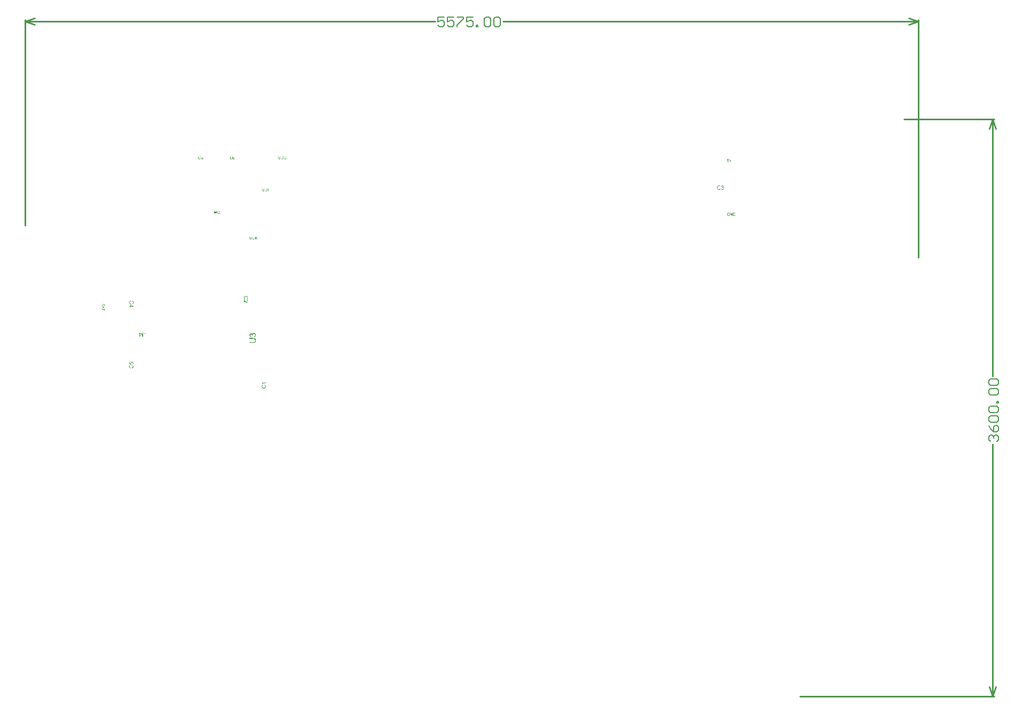
<source format=gm1>
%FSLAX23Y23*%
%MOIN*%
G70*
G01*
G75*
G04 Layer_Color=16711935*
G04:AMPARAMS|DCode=10|XSize=50mil|YSize=80mil|CornerRadius=13mil|HoleSize=0mil|Usage=FLASHONLY|Rotation=90.000|XOffset=0mil|YOffset=0mil|HoleType=Round|Shape=RoundedRectangle|*
%AMROUNDEDRECTD10*
21,1,0.050,0.055,0,0,90.0*
21,1,0.025,0.080,0,0,90.0*
1,1,0.025,0.028,0.013*
1,1,0.025,0.028,-0.013*
1,1,0.025,-0.028,-0.013*
1,1,0.025,-0.028,0.013*
%
%ADD10ROUNDEDRECTD10*%
%ADD11R,0.080X0.050*%
%ADD12O,0.018X0.041*%
%ADD13R,0.018X0.041*%
G04:AMPARAMS|DCode=14|XSize=35mil|YSize=35mil|CornerRadius=5mil|HoleSize=0mil|Usage=FLASHONLY|Rotation=0.000|XOffset=0mil|YOffset=0mil|HoleType=Round|Shape=RoundedRectangle|*
%AMROUNDEDRECTD14*
21,1,0.035,0.025,0,0,0.0*
21,1,0.025,0.035,0,0,0.0*
1,1,0.011,0.012,-0.012*
1,1,0.011,-0.012,-0.012*
1,1,0.011,-0.012,0.012*
1,1,0.011,0.012,0.012*
%
%ADD14ROUNDEDRECTD14*%
G04:AMPARAMS|DCode=15|XSize=35mil|YSize=35mil|CornerRadius=5mil|HoleSize=0mil|Usage=FLASHONLY|Rotation=90.000|XOffset=0mil|YOffset=0mil|HoleType=Round|Shape=RoundedRectangle|*
%AMROUNDEDRECTD15*
21,1,0.035,0.025,0,0,90.0*
21,1,0.025,0.035,0,0,90.0*
1,1,0.011,0.012,0.012*
1,1,0.011,0.012,-0.012*
1,1,0.011,-0.012,-0.012*
1,1,0.011,-0.012,0.012*
%
%ADD15ROUNDEDRECTD15*%
G04:AMPARAMS|DCode=16|XSize=24mil|YSize=39mil|CornerRadius=6mil|HoleSize=0mil|Usage=FLASHONLY|Rotation=0.000|XOffset=0mil|YOffset=0mil|HoleType=Round|Shape=RoundedRectangle|*
%AMROUNDEDRECTD16*
21,1,0.024,0.028,0,0,0.0*
21,1,0.012,0.039,0,0,0.0*
1,1,0.012,0.006,-0.014*
1,1,0.012,-0.006,-0.014*
1,1,0.012,-0.006,0.014*
1,1,0.012,0.006,0.014*
%
%ADD16ROUNDEDRECTD16*%
%ADD17C,0.010*%
%ADD18C,0.015*%
%ADD19C,0.079*%
%ADD20C,0.065*%
%ADD21C,0.260*%
%ADD22C,0.059*%
%ADD23R,0.059X0.059*%
%ADD24C,0.050*%
%ADD25C,0.008*%
%ADD26C,0.005*%
G04:AMPARAMS|DCode=27|XSize=58mil|YSize=88mil|CornerRadius=17mil|HoleSize=0mil|Usage=FLASHONLY|Rotation=90.000|XOffset=0mil|YOffset=0mil|HoleType=Round|Shape=RoundedRectangle|*
%AMROUNDEDRECTD27*
21,1,0.058,0.055,0,0,90.0*
21,1,0.025,0.088,0,0,90.0*
1,1,0.033,0.028,0.013*
1,1,0.033,0.028,-0.013*
1,1,0.033,-0.028,-0.013*
1,1,0.033,-0.028,0.013*
%
%ADD27ROUNDEDRECTD27*%
%ADD28R,0.088X0.058*%
%ADD29O,0.026X0.049*%
%ADD30R,0.026X0.049*%
G04:AMPARAMS|DCode=31|XSize=43mil|YSize=43mil|CornerRadius=9mil|HoleSize=0mil|Usage=FLASHONLY|Rotation=0.000|XOffset=0mil|YOffset=0mil|HoleType=Round|Shape=RoundedRectangle|*
%AMROUNDEDRECTD31*
21,1,0.043,0.025,0,0,0.0*
21,1,0.025,0.043,0,0,0.0*
1,1,0.019,0.012,-0.012*
1,1,0.019,-0.012,-0.012*
1,1,0.019,-0.012,0.012*
1,1,0.019,0.012,0.012*
%
%ADD31ROUNDEDRECTD31*%
G04:AMPARAMS|DCode=32|XSize=43mil|YSize=43mil|CornerRadius=9mil|HoleSize=0mil|Usage=FLASHONLY|Rotation=90.000|XOffset=0mil|YOffset=0mil|HoleType=Round|Shape=RoundedRectangle|*
%AMROUNDEDRECTD32*
21,1,0.043,0.025,0,0,90.0*
21,1,0.025,0.043,0,0,90.0*
1,1,0.019,0.012,0.012*
1,1,0.019,0.012,-0.012*
1,1,0.019,-0.012,-0.012*
1,1,0.019,-0.012,0.012*
%
%ADD32ROUNDEDRECTD32*%
G04:AMPARAMS|DCode=33|XSize=32mil|YSize=47mil|CornerRadius=10mil|HoleSize=0mil|Usage=FLASHONLY|Rotation=0.000|XOffset=0mil|YOffset=0mil|HoleType=Round|Shape=RoundedRectangle|*
%AMROUNDEDRECTD33*
21,1,0.032,0.028,0,0,0.0*
21,1,0.012,0.047,0,0,0.0*
1,1,0.020,0.006,-0.014*
1,1,0.020,-0.006,-0.014*
1,1,0.020,-0.006,0.014*
1,1,0.020,0.006,0.014*
%
%ADD33ROUNDEDRECTD33*%
%ADD34C,0.087*%
%ADD35C,0.073*%
%ADD36C,0.268*%
%ADD37C,0.067*%
%ADD38R,0.067X0.067*%
%ADD39C,0.058*%
%ADD40C,0.020*%
%ADD41C,0.006*%
G36*
X3207Y5390D02*
X3197D01*
Y5384D01*
X3206D01*
Y5382D01*
X3197D01*
Y5376D01*
X3207D01*
Y5374D01*
X3194D01*
Y5392D01*
X3207D01*
Y5390D01*
D02*
G37*
G36*
X3012D02*
X3001D01*
Y5384D01*
X3011D01*
Y5382D01*
X3001D01*
Y5376D01*
X3012D01*
Y5374D01*
X2999D01*
Y5392D01*
X3012D01*
Y5390D01*
D02*
G37*
G36*
X3388Y5192D02*
X3388D01*
X3388Y5192D01*
X3389Y5192D01*
X3389Y5192D01*
X3390Y5192D01*
X3391Y5191D01*
X3391D01*
X3391Y5191D01*
X3391Y5191D01*
X3391Y5191D01*
X3391Y5191D01*
X3391Y5191D01*
X3392Y5191D01*
X3392Y5190D01*
X3393Y5190D01*
X3393Y5190D01*
X3393Y5189D01*
X3393Y5189D01*
X3393Y5189D01*
X3393Y5189D01*
X3393Y5188D01*
X3394Y5188D01*
X3394Y5187D01*
X3394Y5187D01*
X3392Y5187D01*
Y5187D01*
Y5187D01*
X3392Y5187D01*
X3392Y5187D01*
X3391Y5187D01*
X3391Y5188D01*
X3391Y5188D01*
X3391Y5188D01*
X3391Y5189D01*
X3390Y5189D01*
X3390Y5189D01*
X3390Y5189D01*
X3390Y5189D01*
X3390Y5190D01*
X3389Y5190D01*
X3389Y5190D01*
X3388Y5190D01*
X3387Y5190D01*
X3387D01*
X3387Y5190D01*
X3387D01*
X3386Y5190D01*
X3386Y5190D01*
X3385Y5190D01*
X3385Y5189D01*
X3384Y5189D01*
X3384Y5189D01*
X3384Y5189D01*
X3384Y5189D01*
X3384Y5189D01*
X3384Y5189D01*
X3384Y5188D01*
X3383Y5188D01*
X3383Y5188D01*
X3383Y5187D01*
Y5187D01*
Y5187D01*
X3383Y5187D01*
X3383Y5187D01*
X3383Y5186D01*
X3384Y5186D01*
X3384Y5186D01*
X3384Y5186D01*
X3384Y5186D01*
X3384Y5186D01*
X3384Y5186D01*
X3384Y5185D01*
X3384Y5185D01*
X3385Y5185D01*
X3385Y5185D01*
X3385Y5185D01*
X3385Y5185D01*
X3386Y5185D01*
X3386Y5185D01*
X3386Y5185D01*
X3387Y5185D01*
X3387Y5184D01*
X3387D01*
X3388Y5184D01*
X3388Y5184D01*
X3388Y5184D01*
X3388Y5184D01*
X3388Y5184D01*
X3389Y5184D01*
X3390Y5184D01*
X3390Y5184D01*
X3391Y5184D01*
X3391Y5184D01*
X3391Y5183D01*
X3391Y5183D01*
X3391D01*
X3391Y5183D01*
X3391Y5183D01*
X3392Y5183D01*
X3392Y5183D01*
X3392Y5183D01*
X3393Y5183D01*
X3393Y5182D01*
X3393Y5182D01*
X3394Y5182D01*
X3394Y5181D01*
X3394Y5181D01*
X3394Y5181D01*
X3394Y5181D01*
X3394Y5180D01*
X3394Y5180D01*
X3394Y5180D01*
X3394Y5179D01*
Y5179D01*
Y5179D01*
Y5179D01*
Y5179D01*
X3394Y5179D01*
X3394Y5178D01*
X3394Y5178D01*
X3394Y5177D01*
X3394Y5177D01*
X3394Y5176D01*
X3394Y5176D01*
X3393Y5176D01*
X3393Y5176D01*
X3393Y5176D01*
X3393Y5175D01*
X3392Y5175D01*
X3392Y5175D01*
X3391Y5174D01*
X3391D01*
X3391Y5174D01*
X3391Y5174D01*
X3391Y5174D01*
X3391Y5174D01*
X3391Y5174D01*
X3390Y5174D01*
X3390Y5174D01*
X3389Y5174D01*
X3389Y5174D01*
X3388Y5174D01*
X3387D01*
X3387Y5174D01*
X3387D01*
X3387Y5174D01*
X3386Y5174D01*
X3386Y5174D01*
X3385Y5174D01*
X3384Y5174D01*
X3384Y5174D01*
X3384D01*
X3384Y5174D01*
X3384Y5175D01*
X3384Y5175D01*
X3383Y5175D01*
X3383Y5175D01*
X3382Y5175D01*
X3382Y5176D01*
X3382Y5176D01*
X3381Y5177D01*
Y5177D01*
X3381Y5177D01*
X3381Y5177D01*
X3381Y5177D01*
X3381Y5177D01*
X3381Y5177D01*
X3381Y5177D01*
X3381Y5178D01*
X3380Y5178D01*
X3380Y5179D01*
X3380Y5180D01*
X3383Y5180D01*
Y5180D01*
Y5180D01*
X3383Y5180D01*
X3383Y5179D01*
X3383Y5179D01*
X3383Y5179D01*
X3383Y5178D01*
X3383Y5178D01*
X3383Y5178D01*
X3383Y5178D01*
X3383Y5178D01*
X3383Y5177D01*
X3384Y5177D01*
X3384Y5177D01*
X3384Y5177D01*
X3385Y5177D01*
X3385Y5176D01*
X3385D01*
X3385Y5176D01*
X3385Y5176D01*
X3385Y5176D01*
X3386Y5176D01*
X3386Y5176D01*
X3387Y5176D01*
X3387Y5176D01*
X3388Y5176D01*
X3388D01*
X3388Y5176D01*
X3388Y5176D01*
X3389Y5176D01*
X3389Y5176D01*
X3390Y5176D01*
X3390Y5176D01*
X3390Y5176D01*
X3390Y5176D01*
X3390Y5176D01*
X3391Y5177D01*
X3391Y5177D01*
X3391Y5177D01*
X3391Y5177D01*
X3392Y5177D01*
X3392Y5177D01*
X3392Y5177D01*
X3392Y5178D01*
X3392Y5178D01*
X3392Y5178D01*
X3392Y5178D01*
X3392Y5179D01*
X3392Y5179D01*
Y5179D01*
Y5179D01*
X3392Y5179D01*
X3392Y5179D01*
X3392Y5180D01*
X3392Y5180D01*
X3392Y5180D01*
X3392Y5180D01*
X3392Y5180D01*
X3392Y5180D01*
X3391Y5180D01*
X3391Y5181D01*
X3391Y5181D01*
X3391Y5181D01*
X3390Y5181D01*
X3390Y5181D01*
X3390Y5181D01*
X3390Y5181D01*
X3390Y5181D01*
X3390Y5181D01*
X3389Y5182D01*
X3389Y5182D01*
X3389Y5182D01*
X3389Y5182D01*
X3388Y5182D01*
X3388Y5182D01*
X3388Y5182D01*
X3387Y5182D01*
X3387Y5182D01*
X3387D01*
X3387Y5182D01*
X3387Y5182D01*
X3386Y5182D01*
X3386Y5182D01*
X3386Y5182D01*
X3386Y5183D01*
X3385Y5183D01*
X3384Y5183D01*
X3384Y5183D01*
X3384Y5183D01*
X3383Y5183D01*
X3383D01*
X3383Y5183D01*
X3383Y5183D01*
X3383Y5184D01*
X3383Y5184D01*
X3382Y5184D01*
X3382Y5184D01*
X3382Y5185D01*
X3382Y5185D01*
X3382Y5185D01*
X3381Y5185D01*
X3381Y5185D01*
X3381Y5186D01*
X3381Y5186D01*
X3381Y5186D01*
X3381Y5187D01*
X3381Y5187D01*
Y5187D01*
Y5187D01*
Y5187D01*
Y5187D01*
X3381Y5188D01*
X3381Y5188D01*
X3381Y5188D01*
X3381Y5189D01*
X3381Y5189D01*
X3382Y5190D01*
Y5190D01*
X3382Y5190D01*
X3382Y5190D01*
X3382Y5190D01*
X3382Y5190D01*
X3383Y5191D01*
X3383Y5191D01*
X3383Y5191D01*
X3384Y5191D01*
X3384D01*
X3384Y5191D01*
X3384Y5191D01*
X3384Y5192D01*
X3384Y5192D01*
X3385Y5192D01*
X3385Y5192D01*
X3385Y5192D01*
X3386Y5192D01*
X3387Y5192D01*
X3387Y5192D01*
X3387D01*
X3388Y5192D01*
D02*
G37*
G36*
X3183Y5376D02*
X3191D01*
Y5374D01*
X3180D01*
Y5392D01*
X3183D01*
Y5376D01*
D02*
G37*
G36*
X2989Y5392D02*
X2989Y5392D01*
X2990Y5392D01*
X2990Y5392D01*
X2990Y5392D01*
X2991Y5392D01*
X2992Y5391D01*
X2992Y5391D01*
X2992Y5391D01*
X2993Y5391D01*
X2993Y5391D01*
X2993Y5391D01*
X2993Y5391D01*
X2993Y5391D01*
X2993Y5390D01*
X2994Y5390D01*
X2994Y5390D01*
X2994Y5390D01*
X2994Y5390D01*
X2994Y5389D01*
X2994Y5389D01*
X2995Y5389D01*
X2995Y5388D01*
X2995Y5388D01*
X2995Y5388D01*
X2996Y5387D01*
X2993Y5386D01*
Y5386D01*
X2993Y5386D01*
X2993Y5387D01*
X2993Y5387D01*
X2993Y5387D01*
X2993Y5387D01*
X2993Y5387D01*
X2993Y5388D01*
X2992Y5388D01*
X2992Y5389D01*
X2992Y5389D01*
X2991Y5389D01*
X2991Y5389D01*
X2991Y5389D01*
X2991Y5390D01*
X2990Y5390D01*
X2990Y5390D01*
X2989Y5390D01*
X2989Y5390D01*
X2988D01*
X2988Y5390D01*
X2988D01*
X2988Y5390D01*
X2987Y5390D01*
X2987Y5390D01*
X2986Y5390D01*
X2986Y5389D01*
X2985Y5389D01*
X2985D01*
X2985Y5389D01*
X2985Y5389D01*
X2985Y5389D01*
X2984Y5388D01*
X2984Y5388D01*
X2984Y5388D01*
X2984Y5387D01*
X2983Y5386D01*
Y5386D01*
X2983Y5386D01*
X2983Y5386D01*
X2983Y5386D01*
X2983Y5386D01*
X2983Y5386D01*
X2983Y5385D01*
X2983Y5385D01*
X2983Y5384D01*
X2983Y5384D01*
X2983Y5383D01*
Y5383D01*
Y5383D01*
Y5383D01*
Y5383D01*
X2983Y5382D01*
Y5382D01*
X2983Y5382D01*
X2983Y5382D01*
X2983Y5381D01*
X2983Y5380D01*
X2983Y5380D01*
X2983Y5379D01*
Y5379D01*
X2983Y5379D01*
X2983Y5379D01*
X2984Y5379D01*
X2984Y5378D01*
X2984Y5378D01*
X2984Y5378D01*
X2985Y5377D01*
X2985Y5377D01*
X2985Y5377D01*
X2985D01*
X2985Y5377D01*
X2986Y5376D01*
X2986Y5376D01*
X2986Y5376D01*
X2986Y5376D01*
X2987Y5376D01*
X2987Y5376D01*
X2988Y5376D01*
X2988Y5376D01*
X2989D01*
X2989Y5376D01*
X2989D01*
X2989Y5376D01*
X2990Y5376D01*
X2990Y5376D01*
X2991Y5376D01*
X2991Y5377D01*
X2992Y5377D01*
X2992Y5377D01*
X2992Y5377D01*
X2992Y5377D01*
X2992Y5377D01*
X2992Y5378D01*
X2993Y5378D01*
X2993Y5379D01*
X2993Y5379D01*
X2994Y5380D01*
X2996Y5380D01*
Y5380D01*
X2996Y5380D01*
X2996Y5379D01*
X2996Y5379D01*
X2996Y5379D01*
X2996Y5379D01*
X2995Y5378D01*
X2995Y5378D01*
X2995Y5377D01*
X2994Y5377D01*
X2994Y5376D01*
X2994Y5376D01*
X2993Y5375D01*
X2993Y5375D01*
X2993Y5375D01*
X2993Y5375D01*
X2993Y5375D01*
X2993Y5375D01*
X2993Y5375D01*
X2992Y5375D01*
X2992Y5375D01*
X2992Y5374D01*
X2991Y5374D01*
X2991Y5374D01*
X2990Y5374D01*
X2990Y5374D01*
X2989Y5374D01*
X2989Y5374D01*
X2988D01*
X2988Y5374D01*
X2988D01*
X2988Y5374D01*
X2987Y5374D01*
X2987Y5374D01*
X2986Y5374D01*
X2985Y5374D01*
X2985Y5375D01*
X2984Y5375D01*
X2984Y5375D01*
X2984Y5375D01*
X2984Y5375D01*
X2984Y5375D01*
X2984Y5375D01*
X2983Y5375D01*
X2983Y5376D01*
X2982Y5376D01*
X2982Y5377D01*
X2982Y5377D01*
X2981Y5378D01*
Y5378D01*
X2981Y5378D01*
X2981Y5378D01*
X2981Y5379D01*
X2981Y5379D01*
X2981Y5379D01*
X2981Y5379D01*
X2981Y5380D01*
X2981Y5380D01*
X2981Y5380D01*
X2980Y5381D01*
X2980Y5382D01*
X2980Y5383D01*
Y5383D01*
Y5383D01*
Y5383D01*
X2980Y5383D01*
Y5384D01*
X2980Y5384D01*
X2980Y5384D01*
X2980Y5385D01*
X2981Y5385D01*
X2981Y5386D01*
X2981Y5387D01*
X2981Y5388D01*
Y5388D01*
X2981Y5388D01*
X2981Y5388D01*
X2982Y5388D01*
X2982Y5388D01*
X2982Y5389D01*
X2982Y5389D01*
X2983Y5389D01*
X2983Y5390D01*
X2984Y5391D01*
X2984Y5391D01*
X2984D01*
X2984Y5391D01*
X2985Y5391D01*
X2985Y5391D01*
X2985Y5391D01*
X2985Y5391D01*
X2985Y5391D01*
X2986Y5391D01*
X2986Y5392D01*
X2986Y5392D01*
X2987Y5392D01*
X2988Y5392D01*
X2989Y5392D01*
X2989D01*
X2989Y5392D01*
D02*
G37*
G36*
X3097Y5034D02*
X3095D01*
Y5049D01*
X3090Y5034D01*
X3088D01*
X3083Y5049D01*
Y5034D01*
X3080D01*
Y5052D01*
X3084D01*
X3088Y5039D01*
Y5039D01*
X3088Y5039D01*
X3088Y5039D01*
X3088Y5039D01*
X3088Y5039D01*
X3088Y5038D01*
X3088Y5038D01*
X3089Y5037D01*
X3089Y5037D01*
X3089Y5037D01*
X3089Y5037D01*
X3089Y5037D01*
X3089Y5037D01*
X3089Y5037D01*
X3089Y5038D01*
X3089Y5038D01*
X3090Y5039D01*
X3090Y5039D01*
X3094Y5052D01*
X3097D01*
Y5034D01*
D02*
G37*
G36*
X3342Y4885D02*
X3350Y4874D01*
X3347D01*
X3340Y4883D01*
X3338Y4880D01*
Y4874D01*
X3335D01*
Y4892D01*
X3338D01*
Y4883D01*
X3346Y4892D01*
X3350D01*
X3342Y4885D01*
D02*
G37*
G36*
X3109Y5052D02*
X3109D01*
X3110Y5052D01*
X3110Y5052D01*
X3110Y5052D01*
X3111Y5052D01*
X3112Y5052D01*
X3112Y5051D01*
X3113Y5051D01*
X3113Y5051D01*
X3113D01*
X3113Y5051D01*
X3113Y5051D01*
X3113Y5051D01*
X3114Y5051D01*
X3114Y5050D01*
X3114Y5050D01*
X3115Y5050D01*
X3115Y5049D01*
X3116Y5048D01*
X3116Y5048D01*
Y5048D01*
X3116Y5047D01*
X3116Y5047D01*
X3116Y5047D01*
X3116Y5047D01*
X3116Y5047D01*
X3116Y5047D01*
X3117Y5046D01*
X3117Y5046D01*
X3117Y5046D01*
X3117Y5045D01*
X3117Y5044D01*
X3117Y5043D01*
Y5043D01*
Y5043D01*
Y5043D01*
X3117Y5042D01*
Y5042D01*
X3117Y5042D01*
X3117Y5042D01*
X3117Y5041D01*
X3117Y5040D01*
X3117Y5040D01*
X3116Y5039D01*
X3116Y5038D01*
Y5038D01*
X3116Y5038D01*
X3116Y5038D01*
X3116Y5038D01*
X3116Y5038D01*
X3116Y5037D01*
X3115Y5037D01*
X3115Y5036D01*
X3114Y5036D01*
X3114Y5035D01*
X3113Y5035D01*
X3113D01*
X3113Y5035D01*
X3113Y5035D01*
X3113Y5035D01*
X3112Y5035D01*
X3112Y5034D01*
X3112Y5034D01*
X3112Y5034D01*
X3111Y5034D01*
X3110Y5034D01*
X3110Y5034D01*
X3109Y5034D01*
X3108D01*
X3108Y5034D01*
X3108D01*
X3108Y5034D01*
X3107Y5034D01*
X3107Y5034D01*
X3106Y5034D01*
X3106Y5034D01*
X3105Y5035D01*
X3105Y5035D01*
X3104Y5035D01*
X3104Y5035D01*
X3104Y5035D01*
X3104Y5035D01*
X3104Y5035D01*
X3104Y5035D01*
X3104Y5035D01*
X3103Y5036D01*
X3103Y5036D01*
X3102Y5037D01*
X3102Y5037D01*
X3101Y5038D01*
Y5038D01*
X3101Y5038D01*
X3101Y5038D01*
X3101Y5039D01*
X3101Y5039D01*
X3101Y5039D01*
X3101Y5039D01*
X3101Y5040D01*
X3101Y5040D01*
X3101Y5040D01*
X3100Y5041D01*
X3100Y5042D01*
X3100Y5043D01*
Y5043D01*
Y5043D01*
X3100Y5043D01*
Y5043D01*
X3100Y5044D01*
X3100Y5044D01*
X3100Y5045D01*
X3101Y5045D01*
X3101Y5046D01*
X3101Y5046D01*
X3101Y5047D01*
X3101Y5047D01*
X3101Y5048D01*
X3102Y5049D01*
X3102Y5049D01*
X3103Y5050D01*
X3103Y5050D01*
X3103Y5050D01*
X3103Y5050D01*
X3103Y5050D01*
X3103Y5050D01*
X3104Y5050D01*
X3104Y5051D01*
X3104Y5051D01*
X3105Y5051D01*
X3105Y5051D01*
X3106Y5051D01*
X3106Y5052D01*
X3107Y5052D01*
X3107Y5052D01*
X3108Y5052D01*
X3109Y5052D01*
X3109D01*
X3109Y5052D01*
D02*
G37*
G36*
X2567Y4110D02*
X2567Y4110D01*
X2568Y4110D01*
X2568Y4110D01*
X2568Y4110D01*
X2569Y4110D01*
X2570Y4110D01*
X2571Y4109D01*
X2571Y4109D01*
X2572Y4109D01*
X2572Y4109D01*
X2572Y4108D01*
X2572Y4108D01*
X2572Y4108D01*
X2573Y4108D01*
X2573Y4108D01*
X2573Y4108D01*
X2573Y4107D01*
X2574Y4107D01*
X2574Y4106D01*
X2574Y4106D01*
X2575Y4105D01*
X2575Y4105D01*
X2575Y4104D01*
X2575Y4103D01*
X2575Y4103D01*
X2575Y4102D01*
Y4102D01*
Y4102D01*
Y4102D01*
X2575Y4101D01*
X2575Y4101D01*
X2575Y4101D01*
X2575Y4100D01*
X2575Y4100D01*
X2575Y4099D01*
X2574Y4098D01*
X2574Y4098D01*
X2574Y4097D01*
X2574Y4097D01*
X2573Y4096D01*
X2573Y4096D01*
X2573Y4096D01*
X2573Y4096D01*
X2573Y4096D01*
X2573Y4096D01*
X2573Y4096D01*
X2572Y4095D01*
X2572Y4095D01*
X2571Y4095D01*
X2570Y4094D01*
X2569Y4094D01*
X2569Y4094D01*
X2568Y4094D01*
X2568Y4097D01*
X2568D01*
X2568Y4097D01*
X2568Y4097D01*
X2569Y4097D01*
X2569Y4097D01*
X2570Y4098D01*
X2570Y4098D01*
X2571Y4098D01*
X2572Y4099D01*
X2572Y4099D01*
X2572Y4099D01*
X2572Y4099D01*
X2572Y4100D01*
X2572Y4100D01*
X2573Y4101D01*
X2573Y4101D01*
X2573Y4102D01*
Y4102D01*
Y4102D01*
Y4102D01*
X2573Y4102D01*
X2573Y4103D01*
X2573Y4103D01*
X2572Y4104D01*
X2572Y4104D01*
X2572Y4105D01*
X2571Y4105D01*
X2571Y4106D01*
X2571D01*
X2571Y4106D01*
X2571Y4106D01*
X2570Y4106D01*
X2570Y4106D01*
X2569Y4107D01*
X2568Y4107D01*
X2568Y4107D01*
X2567Y4107D01*
X2566D01*
X2566Y4107D01*
X2566D01*
X2566Y4107D01*
X2565Y4107D01*
X2564Y4107D01*
X2564Y4107D01*
X2563Y4106D01*
X2562Y4106D01*
X2562Y4106D01*
X2562Y4105D01*
X2562Y4105D01*
X2562Y4105D01*
X2561Y4104D01*
X2561Y4103D01*
X2561Y4103D01*
X2561Y4102D01*
Y4102D01*
Y4102D01*
X2561Y4101D01*
X2561Y4101D01*
X2561Y4100D01*
X2561Y4100D01*
X2561Y4100D01*
X2562Y4099D01*
X2562Y4099D01*
X2562Y4099D01*
X2562Y4099D01*
X2562Y4098D01*
X2562Y4098D01*
X2563Y4098D01*
X2563Y4098D01*
X2563Y4097D01*
X2563Y4094D01*
X2550Y4097D01*
Y4109D01*
X2553D01*
Y4099D01*
X2560Y4098D01*
X2560Y4098D01*
X2560Y4098D01*
X2560Y4098D01*
X2559Y4098D01*
X2559Y4098D01*
X2559Y4099D01*
X2559Y4099D01*
X2559Y4100D01*
X2558Y4101D01*
X2558Y4102D01*
X2558Y4103D01*
Y4103D01*
Y4103D01*
Y4103D01*
X2558Y4103D01*
X2558Y4103D01*
X2558Y4104D01*
X2558Y4104D01*
X2558Y4105D01*
X2559Y4105D01*
X2559Y4106D01*
X2559Y4106D01*
X2559Y4107D01*
X2560Y4107D01*
X2560Y4108D01*
X2560Y4108D01*
X2560Y4108D01*
X2561Y4108D01*
X2561Y4108D01*
X2561Y4109D01*
X2561Y4109D01*
X2561Y4109D01*
X2562Y4109D01*
X2562Y4109D01*
X2562Y4110D01*
X2563Y4110D01*
X2563Y4110D01*
X2564Y4110D01*
X2564Y4110D01*
X2565Y4110D01*
X2566Y4110D01*
X2566Y4111D01*
X2567D01*
X2567Y4110D01*
D02*
G37*
G36*
X3523Y5392D02*
X3524D01*
X3524Y5392D01*
X3524Y5392D01*
X3525Y5392D01*
X3525Y5392D01*
X3526Y5392D01*
X3527Y5391D01*
X3527Y5391D01*
X3527Y5391D01*
X3528D01*
X3528Y5391D01*
X3528Y5391D01*
X3528Y5391D01*
X3528Y5391D01*
X3528Y5390D01*
X3529Y5390D01*
X3529Y5390D01*
X3530Y5389D01*
X3530Y5388D01*
X3530Y5388D01*
Y5388D01*
X3531Y5387D01*
X3531Y5387D01*
X3531Y5387D01*
X3531Y5387D01*
X3531Y5387D01*
X3531Y5387D01*
X3531Y5386D01*
X3531Y5386D01*
X3531Y5386D01*
X3531Y5385D01*
X3531Y5384D01*
X3532Y5383D01*
Y5383D01*
Y5383D01*
Y5383D01*
X3532Y5382D01*
Y5382D01*
X3531Y5382D01*
X3531Y5382D01*
X3531Y5381D01*
X3531Y5380D01*
X3531Y5380D01*
X3531Y5379D01*
X3530Y5378D01*
Y5378D01*
X3530Y5378D01*
X3530Y5378D01*
X3530Y5378D01*
X3530Y5378D01*
X3530Y5377D01*
X3530Y5377D01*
X3529Y5376D01*
X3529Y5376D01*
X3528Y5375D01*
X3527Y5375D01*
X3527D01*
X3527Y5375D01*
X3527Y5375D01*
X3527Y5375D01*
X3527Y5375D01*
X3527Y5374D01*
X3526Y5374D01*
X3526Y5374D01*
X3525Y5374D01*
X3525Y5374D01*
X3524Y5374D01*
X3523Y5374D01*
X3523D01*
X3523Y5374D01*
X3522D01*
X3522Y5374D01*
X3522Y5374D01*
X3522Y5374D01*
X3521Y5374D01*
X3520Y5374D01*
X3519Y5375D01*
X3519Y5375D01*
X3519Y5375D01*
X3519Y5375D01*
X3519Y5375D01*
X3518Y5375D01*
X3518Y5375D01*
X3518Y5375D01*
X3518Y5375D01*
X3518Y5376D01*
X3517Y5376D01*
X3517Y5377D01*
X3516Y5377D01*
X3516Y5378D01*
Y5378D01*
X3516Y5378D01*
X3516Y5378D01*
X3515Y5379D01*
X3515Y5379D01*
X3515Y5379D01*
X3515Y5379D01*
X3515Y5380D01*
X3515Y5380D01*
X3515Y5380D01*
X3515Y5381D01*
X3515Y5382D01*
X3515Y5383D01*
Y5383D01*
Y5383D01*
X3515Y5383D01*
Y5383D01*
X3515Y5384D01*
X3515Y5384D01*
X3515Y5385D01*
X3515Y5385D01*
X3515Y5386D01*
X3515Y5386D01*
X3515Y5387D01*
X3516Y5387D01*
X3516Y5388D01*
X3516Y5389D01*
X3517Y5389D01*
X3517Y5390D01*
X3517Y5390D01*
X3517Y5390D01*
X3517Y5390D01*
X3517Y5390D01*
X3518Y5390D01*
X3518Y5390D01*
X3518Y5391D01*
X3519Y5391D01*
X3519Y5391D01*
X3520Y5391D01*
X3520Y5391D01*
X3521Y5392D01*
X3521Y5392D01*
X3522Y5392D01*
X3522Y5392D01*
X3523Y5392D01*
X3523D01*
X3523Y5392D01*
D02*
G37*
G36*
X3505Y5392D02*
X3505Y5392D01*
X3506Y5392D01*
X3506Y5392D01*
X3507Y5391D01*
X3507D01*
X3507Y5391D01*
X3507D01*
X3507Y5391D01*
X3507Y5391D01*
X3508Y5391D01*
X3508Y5391D01*
X3508Y5391D01*
X3509Y5391D01*
X3509Y5390D01*
X3509D01*
X3509Y5390D01*
X3510Y5390D01*
X3510Y5390D01*
X3510Y5389D01*
X3510Y5389D01*
X3511Y5388D01*
X3511Y5388D01*
X3511Y5387D01*
Y5387D01*
X3511Y5387D01*
X3511Y5387D01*
X3512Y5387D01*
X3512Y5387D01*
X3512Y5386D01*
X3512Y5386D01*
X3512Y5386D01*
X3512Y5386D01*
X3512Y5385D01*
X3512Y5385D01*
X3512Y5384D01*
X3512Y5383D01*
Y5383D01*
Y5383D01*
Y5383D01*
Y5383D01*
X3512Y5382D01*
Y5382D01*
X3512Y5382D01*
X3512Y5381D01*
X3512Y5381D01*
X3512Y5380D01*
X3512Y5379D01*
Y5379D01*
X3512Y5379D01*
X3512Y5379D01*
X3512Y5379D01*
X3511Y5379D01*
X3511Y5378D01*
X3511Y5378D01*
X3511Y5378D01*
X3511Y5377D01*
X3510Y5377D01*
X3510Y5377D01*
X3510Y5377D01*
X3510Y5376D01*
X3510Y5376D01*
X3510Y5376D01*
X3509Y5376D01*
X3509Y5375D01*
X3509Y5375D01*
X3509Y5375D01*
X3509Y5375D01*
X3508Y5375D01*
X3508Y5375D01*
X3508Y5375D01*
X3508Y5375D01*
X3507Y5374D01*
X3507Y5374D01*
X3507D01*
X3507Y5374D01*
X3506Y5374D01*
X3506Y5374D01*
X3506Y5374D01*
X3505Y5374D01*
X3504Y5374D01*
X3504Y5374D01*
X3498D01*
Y5392D01*
X3504D01*
X3505Y5392D01*
D02*
G37*
G36*
X2576Y4457D02*
Y4454D01*
X2560D01*
Y4451D01*
X2557D01*
Y4454D01*
X2551D01*
Y4457D01*
X2557D01*
Y4468D01*
X2560D01*
X2576Y4457D01*
D02*
G37*
G36*
X2565Y4492D02*
X2565D01*
X2565Y4492D01*
X2566Y4492D01*
X2566Y4492D01*
X2567Y4492D01*
X2569Y4492D01*
X2570Y4491D01*
X2571Y4491D01*
X2571D01*
X2571Y4491D01*
X2571Y4491D01*
X2571Y4491D01*
X2572Y4490D01*
X2572Y4490D01*
X2573Y4490D01*
X2573Y4489D01*
X2574Y4488D01*
X2575Y4488D01*
X2575Y4487D01*
Y4487D01*
X2575Y4486D01*
X2575Y4486D01*
X2576Y4486D01*
X2576Y4486D01*
X2576Y4486D01*
X2576Y4485D01*
X2576Y4485D01*
X2576Y4484D01*
X2576Y4484D01*
X2577Y4483D01*
X2577Y4482D01*
X2577Y4480D01*
Y4480D01*
Y4480D01*
Y4480D01*
X2577Y4480D01*
X2577Y4479D01*
X2577Y4479D01*
X2577Y4479D01*
X2577Y4478D01*
X2576Y4477D01*
X2576Y4476D01*
X2576Y4476D01*
X2576Y4475D01*
X2575Y4475D01*
X2575Y4474D01*
X2575Y4474D01*
X2575Y4474D01*
X2575Y4474D01*
X2575Y4474D01*
X2574Y4473D01*
X2574Y4473D01*
X2574Y4473D01*
X2573Y4473D01*
X2573Y4472D01*
X2573Y4472D01*
X2572Y4472D01*
X2572Y4471D01*
X2571Y4471D01*
X2571Y4471D01*
X2569Y4470D01*
X2569Y4474D01*
X2569D01*
X2569Y4474D01*
X2569Y4474D01*
X2569Y4474D01*
X2569Y4474D01*
X2570Y4474D01*
X2570Y4474D01*
X2571Y4475D01*
X2572Y4475D01*
X2572Y4476D01*
X2573Y4476D01*
X2573Y4476D01*
X2573Y4477D01*
X2573Y4477D01*
X2573Y4477D01*
X2574Y4478D01*
X2574Y4479D01*
X2574Y4480D01*
X2574Y4481D01*
Y4481D01*
Y4481D01*
Y4481D01*
X2574Y4481D01*
Y4481D01*
X2574Y4482D01*
X2574Y4482D01*
X2574Y4483D01*
X2573Y4484D01*
X2573Y4485D01*
X2573Y4485D01*
Y4485D01*
X2573Y4485D01*
X2572Y4486D01*
X2572Y4486D01*
X2572Y4486D01*
X2571Y4487D01*
X2570Y4487D01*
X2570Y4488D01*
X2569Y4488D01*
X2569D01*
X2569Y4488D01*
X2569Y4488D01*
X2568Y4488D01*
X2568Y4488D01*
X2568Y4488D01*
X2567Y4488D01*
X2567Y4489D01*
X2566Y4489D01*
X2565Y4489D01*
X2564Y4489D01*
X2563D01*
X2563Y4489D01*
X2563D01*
X2562Y4489D01*
X2562Y4489D01*
X2561Y4489D01*
X2560Y4488D01*
X2559Y4488D01*
X2558Y4488D01*
X2558D01*
X2558Y4488D01*
X2558Y4488D01*
X2558Y4488D01*
X2558Y4488D01*
X2557Y4487D01*
X2556Y4487D01*
X2556Y4486D01*
X2555Y4486D01*
X2555Y4485D01*
Y4485D01*
X2555Y4485D01*
X2555Y4485D01*
X2555Y4485D01*
X2554Y4484D01*
X2554Y4484D01*
X2554Y4483D01*
X2554Y4482D01*
X2554Y4482D01*
X2554Y4481D01*
Y4481D01*
Y4481D01*
Y4480D01*
X2554Y4480D01*
Y4480D01*
X2554Y4480D01*
X2554Y4479D01*
X2554Y4478D01*
X2554Y4478D01*
X2555Y4477D01*
X2555Y4476D01*
X2555Y4476D01*
X2555Y4476D01*
X2556Y4476D01*
X2556Y4475D01*
X2556Y4475D01*
X2557Y4475D01*
X2558Y4474D01*
X2559Y4474D01*
X2560Y4473D01*
X2559Y4470D01*
X2559D01*
X2559Y4470D01*
X2559Y4470D01*
X2558Y4470D01*
X2558Y4470D01*
X2558Y4471D01*
X2557Y4471D01*
X2557Y4471D01*
X2556Y4471D01*
X2555Y4472D01*
X2554Y4473D01*
X2553Y4473D01*
X2553Y4474D01*
X2553Y4474D01*
X2553Y4474D01*
X2553Y4474D01*
X2553Y4474D01*
X2552Y4475D01*
X2552Y4475D01*
X2552Y4475D01*
X2552Y4476D01*
X2552Y4476D01*
X2551Y4477D01*
X2551Y4477D01*
X2551Y4478D01*
X2551Y4479D01*
X2551Y4480D01*
X2551Y4480D01*
Y4481D01*
Y4481D01*
Y4481D01*
X2551Y4481D01*
Y4482D01*
X2551Y4482D01*
X2551Y4482D01*
X2551Y4483D01*
X2551Y4484D01*
X2551Y4485D01*
X2552Y4486D01*
X2552Y4487D01*
X2552Y4487D01*
X2552Y4487D01*
X2552Y4487D01*
X2553Y4487D01*
X2553Y4488D01*
X2553Y4488D01*
X2554Y4489D01*
X2554Y4489D01*
X2555Y4490D01*
X2556Y4490D01*
X2557Y4491D01*
X2557D01*
X2557Y4491D01*
X2558Y4491D01*
X2558Y4491D01*
X2558Y4491D01*
X2558Y4491D01*
X2559Y4492D01*
X2559Y4492D01*
X2560Y4492D01*
X2560Y4492D01*
X2561Y4492D01*
X2563Y4492D01*
X2564Y4492D01*
X2564D01*
X2565Y4492D01*
D02*
G37*
G36*
X2617Y4286D02*
X2628D01*
Y4283D01*
X2617Y4267D01*
X2614D01*
Y4283D01*
X2611D01*
Y4286D01*
X2614D01*
Y4292D01*
X2617D01*
Y4286D01*
D02*
G37*
G36*
X3418Y5174D02*
X3416D01*
Y5192D01*
X3418D01*
Y5174D01*
D02*
G37*
G36*
X2642Y4292D02*
X2642D01*
X2642Y4292D01*
X2643Y4292D01*
X2643Y4292D01*
X2644Y4292D01*
X2645Y4292D01*
X2646Y4291D01*
X2647Y4291D01*
X2647D01*
X2647Y4291D01*
X2647Y4291D01*
X2647Y4291D01*
X2648Y4291D01*
X2648Y4290D01*
X2649Y4290D01*
X2649Y4289D01*
X2650Y4288D01*
X2650Y4288D01*
Y4287D01*
X2650Y4287D01*
X2650Y4287D01*
X2650Y4287D01*
X2650Y4287D01*
X2651Y4287D01*
X2651Y4286D01*
X2651Y4286D01*
X2651Y4285D01*
X2651Y4285D01*
X2651Y4284D01*
X2651Y4284D01*
X2651Y4283D01*
X2651Y4283D01*
X2651Y4282D01*
Y4281D01*
Y4267D01*
X2648D01*
Y4281D01*
Y4281D01*
Y4281D01*
Y4281D01*
Y4282D01*
Y4282D01*
X2648Y4282D01*
X2648Y4283D01*
X2648Y4284D01*
X2648Y4285D01*
X2647Y4285D01*
X2647Y4286D01*
X2647Y4286D01*
X2647Y4286D01*
X2647Y4286D01*
X2647Y4287D01*
X2647Y4287D01*
X2646Y4287D01*
X2646Y4288D01*
X2646Y4288D01*
X2645Y4288D01*
X2645Y4288D01*
X2645Y4289D01*
X2645Y4289D01*
X2644Y4289D01*
X2644Y4289D01*
X2643Y4289D01*
X2642Y4289D01*
X2642Y4289D01*
X2641D01*
X2641Y4289D01*
X2641D01*
X2640Y4289D01*
X2640Y4289D01*
X2639Y4289D01*
X2638Y4289D01*
X2637Y4288D01*
X2637Y4288D01*
X2636Y4288D01*
Y4288D01*
X2636Y4288D01*
X2636Y4287D01*
X2636Y4287D01*
X2636Y4287D01*
X2636Y4287D01*
X2636Y4287D01*
X2635Y4286D01*
X2635Y4286D01*
X2635Y4285D01*
X2635Y4285D01*
X2635Y4284D01*
X2635Y4284D01*
X2635Y4283D01*
X2635Y4282D01*
Y4281D01*
Y4267D01*
X2631D01*
Y4281D01*
Y4281D01*
Y4281D01*
Y4282D01*
Y4282D01*
X2631Y4282D01*
Y4282D01*
X2631Y4283D01*
X2631Y4283D01*
X2632Y4284D01*
X2632Y4285D01*
X2632Y4286D01*
X2632Y4287D01*
Y4287D01*
X2632Y4287D01*
X2632Y4287D01*
X2632Y4288D01*
X2633Y4288D01*
X2633Y4289D01*
X2633Y4289D01*
X2634Y4290D01*
X2635Y4290D01*
X2635Y4291D01*
X2635D01*
X2635Y4291D01*
X2636Y4291D01*
X2636Y4291D01*
X2636Y4291D01*
X2636Y4291D01*
X2637Y4291D01*
X2637Y4292D01*
X2637Y4292D01*
X2638Y4292D01*
X2638Y4292D01*
X2639Y4292D01*
X2640Y4292D01*
X2641Y4292D01*
X2642D01*
X2642Y4292D01*
D02*
G37*
G36*
X3488Y5392D02*
X3488D01*
X3488Y5392D01*
X3489Y5392D01*
X3489Y5392D01*
X3490Y5392D01*
X3491Y5391D01*
X3491D01*
X3491Y5391D01*
X3491Y5391D01*
X3491Y5391D01*
X3491Y5391D01*
X3491Y5391D01*
X3492Y5391D01*
X3492Y5390D01*
X3493Y5390D01*
X3493Y5390D01*
X3493Y5389D01*
X3493Y5389D01*
X3493Y5389D01*
X3493Y5389D01*
X3493Y5388D01*
X3494Y5388D01*
X3494Y5387D01*
X3494Y5387D01*
X3492Y5387D01*
Y5387D01*
Y5387D01*
X3492Y5387D01*
X3492Y5387D01*
X3491Y5387D01*
X3491Y5388D01*
X3491Y5388D01*
X3491Y5388D01*
X3491Y5389D01*
X3490Y5389D01*
X3490Y5389D01*
X3490Y5389D01*
X3490Y5389D01*
X3490Y5390D01*
X3489Y5390D01*
X3489Y5390D01*
X3488Y5390D01*
X3487Y5390D01*
X3487D01*
X3487Y5390D01*
X3487D01*
X3486Y5390D01*
X3486Y5390D01*
X3485Y5390D01*
X3485Y5389D01*
X3484Y5389D01*
X3484Y5389D01*
X3484Y5389D01*
X3484Y5389D01*
X3484Y5389D01*
X3484Y5389D01*
X3484Y5388D01*
X3483Y5388D01*
X3483Y5388D01*
X3483Y5387D01*
Y5387D01*
Y5387D01*
X3483Y5387D01*
X3483Y5387D01*
X3483Y5386D01*
X3484Y5386D01*
X3484Y5386D01*
X3484Y5386D01*
X3484Y5386D01*
X3484Y5386D01*
X3484Y5386D01*
X3484Y5385D01*
X3484Y5385D01*
X3485Y5385D01*
X3485Y5385D01*
X3485Y5385D01*
X3485Y5385D01*
X3486Y5385D01*
X3486Y5385D01*
X3486Y5385D01*
X3487Y5385D01*
X3487Y5384D01*
X3487D01*
X3488Y5384D01*
X3488Y5384D01*
X3488Y5384D01*
X3488Y5384D01*
X3488Y5384D01*
X3489Y5384D01*
X3490Y5384D01*
X3490Y5384D01*
X3491Y5384D01*
X3491Y5384D01*
X3491Y5383D01*
X3491Y5383D01*
X3491D01*
X3491Y5383D01*
X3491Y5383D01*
X3492Y5383D01*
X3492Y5383D01*
X3492Y5383D01*
X3493Y5383D01*
X3493Y5382D01*
X3493Y5382D01*
X3494Y5382D01*
X3494Y5381D01*
X3494Y5381D01*
X3494Y5381D01*
X3494Y5381D01*
X3494Y5380D01*
X3494Y5380D01*
X3494Y5380D01*
X3494Y5379D01*
Y5379D01*
Y5379D01*
Y5379D01*
Y5379D01*
X3494Y5379D01*
X3494Y5378D01*
X3494Y5378D01*
X3494Y5377D01*
X3494Y5377D01*
X3494Y5376D01*
X3494Y5376D01*
X3493Y5376D01*
X3493Y5376D01*
X3493Y5376D01*
X3493Y5375D01*
X3492Y5375D01*
X3492Y5375D01*
X3491Y5374D01*
X3491D01*
X3491Y5374D01*
X3491Y5374D01*
X3491Y5374D01*
X3491Y5374D01*
X3491Y5374D01*
X3490Y5374D01*
X3490Y5374D01*
X3489Y5374D01*
X3489Y5374D01*
X3488Y5374D01*
X3487D01*
X3487Y5374D01*
X3487D01*
X3487Y5374D01*
X3486Y5374D01*
X3486Y5374D01*
X3485Y5374D01*
X3484Y5374D01*
X3484Y5374D01*
X3484D01*
X3484Y5374D01*
X3484Y5375D01*
X3484Y5375D01*
X3483Y5375D01*
X3483Y5375D01*
X3482Y5375D01*
X3482Y5376D01*
X3482Y5376D01*
X3481Y5377D01*
Y5377D01*
X3481Y5377D01*
X3481Y5377D01*
X3481Y5377D01*
X3481Y5377D01*
X3481Y5377D01*
X3481Y5377D01*
X3481Y5378D01*
X3480Y5378D01*
X3480Y5379D01*
X3480Y5380D01*
X3483Y5380D01*
Y5380D01*
Y5380D01*
X3483Y5380D01*
X3483Y5379D01*
X3483Y5379D01*
X3483Y5379D01*
X3483Y5378D01*
X3483Y5378D01*
X3483Y5378D01*
X3483Y5378D01*
X3483Y5378D01*
X3483Y5377D01*
X3484Y5377D01*
X3484Y5377D01*
X3484Y5377D01*
X3485Y5377D01*
X3485Y5376D01*
X3485D01*
X3485Y5376D01*
X3485Y5376D01*
X3485Y5376D01*
X3486Y5376D01*
X3486Y5376D01*
X3487Y5376D01*
X3487Y5376D01*
X3488Y5376D01*
X3488D01*
X3488Y5376D01*
X3488Y5376D01*
X3489Y5376D01*
X3489Y5376D01*
X3490Y5376D01*
X3490Y5376D01*
X3490Y5376D01*
X3490Y5376D01*
X3490Y5376D01*
X3491Y5377D01*
X3491Y5377D01*
X3491Y5377D01*
X3491Y5377D01*
X3492Y5377D01*
X3492Y5377D01*
X3492Y5377D01*
X3492Y5378D01*
X3492Y5378D01*
X3492Y5378D01*
X3492Y5378D01*
X3492Y5379D01*
X3492Y5379D01*
Y5379D01*
Y5379D01*
X3492Y5379D01*
X3492Y5379D01*
X3492Y5380D01*
X3492Y5380D01*
X3492Y5380D01*
X3492Y5380D01*
X3492Y5380D01*
X3492Y5380D01*
X3491Y5380D01*
X3491Y5381D01*
X3491Y5381D01*
X3491Y5381D01*
X3490Y5381D01*
X3490Y5381D01*
X3490Y5381D01*
X3490Y5381D01*
X3490Y5381D01*
X3490Y5381D01*
X3489Y5382D01*
X3489Y5382D01*
X3489Y5382D01*
X3489Y5382D01*
X3488Y5382D01*
X3488Y5382D01*
X3488Y5382D01*
X3487Y5382D01*
X3487Y5382D01*
X3487D01*
X3487Y5382D01*
X3487Y5382D01*
X3486Y5382D01*
X3486Y5382D01*
X3486Y5382D01*
X3486Y5383D01*
X3485Y5383D01*
X3484Y5383D01*
X3484Y5383D01*
X3484Y5383D01*
X3483Y5383D01*
X3483D01*
X3483Y5383D01*
X3483Y5383D01*
X3483Y5384D01*
X3483Y5384D01*
X3482Y5384D01*
X3482Y5384D01*
X3482Y5385D01*
X3482Y5385D01*
X3482Y5385D01*
X3481Y5385D01*
X3481Y5385D01*
X3481Y5386D01*
X3481Y5386D01*
X3481Y5386D01*
X3481Y5387D01*
X3481Y5387D01*
Y5387D01*
Y5387D01*
Y5387D01*
Y5387D01*
X3481Y5388D01*
X3481Y5388D01*
X3481Y5388D01*
X3481Y5389D01*
X3481Y5389D01*
X3482Y5390D01*
Y5390D01*
X3482Y5390D01*
X3482Y5390D01*
X3482Y5390D01*
X3482Y5390D01*
X3483Y5391D01*
X3483Y5391D01*
X3483Y5391D01*
X3484Y5391D01*
X3484D01*
X3484Y5391D01*
X3484Y5391D01*
X3484Y5392D01*
X3484Y5392D01*
X3485Y5392D01*
X3485Y5392D01*
X3485Y5392D01*
X3486Y5392D01*
X3487Y5392D01*
X3487Y5392D01*
X3487D01*
X3488Y5392D01*
D02*
G37*
G36*
X3405Y5192D02*
X3405Y5192D01*
X3406Y5192D01*
X3406Y5192D01*
X3407Y5191D01*
X3407D01*
X3407Y5191D01*
X3407D01*
X3407Y5191D01*
X3407Y5191D01*
X3408Y5191D01*
X3408Y5191D01*
X3408Y5191D01*
X3409Y5191D01*
X3409Y5190D01*
X3409D01*
X3409Y5190D01*
X3410Y5190D01*
X3410Y5190D01*
X3410Y5189D01*
X3410Y5189D01*
X3411Y5188D01*
X3411Y5188D01*
X3411Y5187D01*
Y5187D01*
X3411Y5187D01*
X3411Y5187D01*
X3412Y5187D01*
X3412Y5187D01*
X3412Y5186D01*
X3412Y5186D01*
X3412Y5186D01*
X3412Y5186D01*
X3412Y5185D01*
X3412Y5185D01*
X3412Y5184D01*
X3412Y5183D01*
Y5183D01*
Y5183D01*
Y5183D01*
Y5183D01*
X3412Y5182D01*
Y5182D01*
X3412Y5182D01*
X3412Y5181D01*
X3412Y5181D01*
X3412Y5180D01*
X3412Y5179D01*
Y5179D01*
X3412Y5179D01*
X3412Y5179D01*
X3412Y5179D01*
X3411Y5179D01*
X3411Y5178D01*
X3411Y5178D01*
X3411Y5178D01*
X3411Y5177D01*
X3410Y5177D01*
X3410Y5177D01*
X3410Y5177D01*
X3410Y5176D01*
X3410Y5176D01*
X3410Y5176D01*
X3409Y5176D01*
X3409Y5175D01*
X3409Y5175D01*
X3409Y5175D01*
X3409Y5175D01*
X3408Y5175D01*
X3408Y5175D01*
X3408Y5175D01*
X3408Y5175D01*
X3407Y5174D01*
X3407Y5174D01*
X3407D01*
X3407Y5174D01*
X3406Y5174D01*
X3406Y5174D01*
X3406Y5174D01*
X3405Y5174D01*
X3404Y5174D01*
X3404Y5174D01*
X3398D01*
Y5192D01*
X3404D01*
X3405Y5192D01*
D02*
G37*
G36*
X3326Y4892D02*
X3326Y4892D01*
X3326Y4892D01*
X3326Y4892D01*
X3327Y4892D01*
X3327Y4892D01*
X3328Y4891D01*
X3329Y4891D01*
X3329Y4891D01*
X3329Y4891D01*
X3330Y4891D01*
X3330Y4891D01*
X3330Y4891D01*
X3330Y4891D01*
X3330Y4890D01*
X3330Y4890D01*
X3330Y4890D01*
X3330Y4890D01*
X3331Y4890D01*
X3331Y4889D01*
X3331Y4889D01*
X3331Y4889D01*
X3331Y4888D01*
X3332Y4888D01*
X3332Y4888D01*
X3332Y4887D01*
X3330Y4886D01*
Y4886D01*
X3330Y4886D01*
X3330Y4887D01*
X3330Y4887D01*
X3330Y4887D01*
X3330Y4887D01*
X3329Y4887D01*
X3329Y4888D01*
X3329Y4888D01*
X3329Y4889D01*
X3328Y4889D01*
X3328Y4889D01*
X3328Y4889D01*
X3328Y4889D01*
X3327Y4890D01*
X3327Y4890D01*
X3326Y4890D01*
X3326Y4890D01*
X3325Y4890D01*
X3325D01*
X3325Y4890D01*
X3325D01*
X3324Y4890D01*
X3324Y4890D01*
X3323Y4890D01*
X3323Y4890D01*
X3322Y4889D01*
X3322Y4889D01*
X3322D01*
X3322Y4889D01*
X3322Y4889D01*
X3321Y4889D01*
X3321Y4888D01*
X3321Y4888D01*
X3320Y4888D01*
X3320Y4887D01*
X3320Y4886D01*
Y4886D01*
X3320Y4886D01*
X3320Y4886D01*
X3320Y4886D01*
X3320Y4886D01*
X3320Y4886D01*
X3320Y4885D01*
X3319Y4885D01*
X3319Y4884D01*
X3319Y4884D01*
X3319Y4883D01*
Y4883D01*
Y4883D01*
Y4883D01*
Y4883D01*
X3319Y4882D01*
Y4882D01*
X3319Y4882D01*
X3319Y4882D01*
X3319Y4881D01*
X3320Y4880D01*
X3320Y4880D01*
X3320Y4879D01*
Y4879D01*
X3320Y4879D01*
X3320Y4879D01*
X3320Y4879D01*
X3320Y4878D01*
X3320Y4878D01*
X3321Y4878D01*
X3321Y4877D01*
X3321Y4877D01*
X3322Y4877D01*
X3322D01*
X3322Y4877D01*
X3322Y4876D01*
X3322Y4876D01*
X3323Y4876D01*
X3323Y4876D01*
X3323Y4876D01*
X3324Y4876D01*
X3324Y4876D01*
X3325Y4876D01*
X3325D01*
X3325Y4876D01*
X3325D01*
X3326Y4876D01*
X3326Y4876D01*
X3327Y4876D01*
X3327Y4876D01*
X3328Y4877D01*
X3328Y4877D01*
X3328Y4877D01*
X3328Y4877D01*
X3329Y4877D01*
X3329Y4877D01*
X3329Y4878D01*
X3329Y4878D01*
X3330Y4879D01*
X3330Y4879D01*
X3330Y4880D01*
X3332Y4880D01*
Y4880D01*
X3332Y4880D01*
X3332Y4879D01*
X3332Y4879D01*
X3332Y4879D01*
X3332Y4879D01*
X3332Y4878D01*
X3332Y4878D01*
X3332Y4877D01*
X3331Y4877D01*
X3330Y4876D01*
X3330Y4876D01*
X3330Y4875D01*
X3330Y4875D01*
X3330Y4875D01*
X3330Y4875D01*
X3329Y4875D01*
X3329Y4875D01*
X3329Y4875D01*
X3329Y4875D01*
X3329Y4875D01*
X3328Y4874D01*
X3328Y4874D01*
X3327Y4874D01*
X3327Y4874D01*
X3326Y4874D01*
X3326Y4874D01*
X3325Y4874D01*
X3325D01*
X3325Y4874D01*
X3324D01*
X3324Y4874D01*
X3324Y4874D01*
X3324Y4874D01*
X3323Y4874D01*
X3322Y4874D01*
X3321Y4875D01*
X3321Y4875D01*
X3321Y4875D01*
X3320Y4875D01*
X3320Y4875D01*
X3320Y4875D01*
X3320Y4875D01*
X3320Y4875D01*
X3320Y4876D01*
X3319Y4876D01*
X3319Y4877D01*
X3318Y4877D01*
X3318Y4878D01*
Y4878D01*
X3318Y4878D01*
X3318Y4878D01*
X3318Y4879D01*
X3318Y4879D01*
X3318Y4879D01*
X3317Y4879D01*
X3317Y4880D01*
X3317Y4880D01*
X3317Y4880D01*
X3317Y4881D01*
X3317Y4882D01*
X3317Y4883D01*
Y4883D01*
Y4883D01*
Y4883D01*
X3317Y4883D01*
Y4884D01*
X3317Y4884D01*
X3317Y4884D01*
X3317Y4885D01*
X3317Y4885D01*
X3317Y4886D01*
X3318Y4887D01*
X3318Y4888D01*
Y4888D01*
X3318Y4888D01*
X3318Y4888D01*
X3318Y4888D01*
X3318Y4888D01*
X3318Y4889D01*
X3319Y4889D01*
X3319Y4889D01*
X3320Y4890D01*
X3320Y4891D01*
X3321Y4891D01*
X3321D01*
X3321Y4891D01*
X3321Y4891D01*
X3321Y4891D01*
X3321Y4891D01*
X3322Y4891D01*
X3322Y4891D01*
X3322Y4891D01*
X3322Y4892D01*
X3323Y4892D01*
X3324Y4892D01*
X3324Y4892D01*
X3325Y4892D01*
X3325D01*
X3326Y4892D01*
D02*
G37*
G36*
X6232Y5210D02*
X6233Y5210D01*
X6233Y5210D01*
X6233Y5210D01*
X6234Y5210D01*
X6235Y5209D01*
X6236Y5209D01*
X6236Y5209D01*
X6237Y5209D01*
X6237Y5208D01*
X6238Y5208D01*
X6238Y5208D01*
X6238Y5208D01*
X6238Y5208D01*
X6238Y5208D01*
X6239Y5207D01*
X6239Y5207D01*
X6239Y5207D01*
X6239Y5206D01*
X6240Y5206D01*
X6240Y5206D01*
X6240Y5205D01*
X6241Y5205D01*
X6241Y5204D01*
X6241Y5204D01*
X6242Y5202D01*
X6238Y5202D01*
Y5202D01*
X6238Y5202D01*
X6238Y5202D01*
X6238Y5202D01*
X6238Y5202D01*
X6238Y5203D01*
X6238Y5203D01*
X6237Y5204D01*
X6237Y5205D01*
X6236Y5205D01*
X6236Y5206D01*
X6236Y5206D01*
X6235Y5206D01*
X6235Y5206D01*
X6235Y5206D01*
X6234Y5207D01*
X6233Y5207D01*
X6232Y5207D01*
X6231Y5207D01*
X6231D01*
X6231Y5207D01*
X6231D01*
X6230Y5207D01*
X6230Y5207D01*
X6229Y5207D01*
X6228Y5206D01*
X6227Y5206D01*
X6227Y5206D01*
X6227D01*
X6227Y5206D01*
X6226Y5205D01*
X6226Y5205D01*
X6226Y5205D01*
X6225Y5204D01*
X6225Y5203D01*
X6224Y5203D01*
X6224Y5202D01*
Y5202D01*
X6224Y5202D01*
X6224Y5202D01*
X6224Y5201D01*
X6224Y5201D01*
X6224Y5201D01*
X6224Y5200D01*
X6223Y5200D01*
X6223Y5199D01*
X6223Y5198D01*
X6223Y5197D01*
Y5197D01*
Y5197D01*
Y5197D01*
Y5196D01*
X6223Y5196D01*
Y5196D01*
X6223Y5195D01*
X6223Y5195D01*
X6223Y5194D01*
X6224Y5193D01*
X6224Y5192D01*
X6224Y5191D01*
Y5191D01*
X6224Y5191D01*
X6224Y5191D01*
X6224Y5191D01*
X6224Y5191D01*
X6225Y5190D01*
X6225Y5189D01*
X6226Y5189D01*
X6226Y5188D01*
X6227Y5188D01*
X6227D01*
X6227Y5188D01*
X6227Y5188D01*
X6227Y5188D01*
X6228Y5187D01*
X6228Y5187D01*
X6229Y5187D01*
X6230Y5187D01*
X6230Y5187D01*
X6231Y5187D01*
X6232D01*
X6232Y5187D01*
X6232D01*
X6232Y5187D01*
X6233Y5187D01*
X6234Y5187D01*
X6234Y5187D01*
X6235Y5188D01*
X6236Y5188D01*
X6236Y5188D01*
X6236Y5188D01*
X6236Y5189D01*
X6237Y5189D01*
X6237Y5189D01*
X6237Y5190D01*
X6238Y5191D01*
X6238Y5192D01*
X6239Y5193D01*
X6242Y5192D01*
Y5192D01*
X6242Y5192D01*
X6242Y5192D01*
X6242Y5191D01*
X6242Y5191D01*
X6241Y5191D01*
X6241Y5190D01*
X6241Y5190D01*
X6241Y5189D01*
X6240Y5188D01*
X6239Y5187D01*
X6239Y5186D01*
X6238Y5186D01*
X6238Y5186D01*
X6238Y5186D01*
X6238Y5186D01*
X6238Y5186D01*
X6237Y5185D01*
X6237Y5185D01*
X6237Y5185D01*
X6236Y5185D01*
X6236Y5185D01*
X6235Y5184D01*
X6235Y5184D01*
X6234Y5184D01*
X6233Y5184D01*
X6232Y5184D01*
X6232Y5184D01*
X6231D01*
X6231Y5184D01*
X6230D01*
X6230Y5184D01*
X6230Y5184D01*
X6229Y5184D01*
X6228Y5184D01*
X6227Y5184D01*
X6226Y5185D01*
X6225Y5185D01*
X6225Y5185D01*
X6225Y5185D01*
X6225Y5185D01*
X6225Y5186D01*
X6224Y5186D01*
X6224Y5186D01*
X6223Y5187D01*
X6223Y5187D01*
X6222Y5188D01*
X6222Y5189D01*
X6221Y5190D01*
Y5190D01*
X6221Y5190D01*
X6221Y5191D01*
X6221Y5191D01*
X6221Y5191D01*
X6221Y5191D01*
X6220Y5192D01*
X6220Y5192D01*
X6220Y5193D01*
X6220Y5193D01*
X6220Y5194D01*
X6220Y5196D01*
X6220Y5197D01*
Y5197D01*
Y5197D01*
Y5197D01*
X6220Y5198D01*
Y5198D01*
X6220Y5198D01*
X6220Y5199D01*
X6220Y5199D01*
X6220Y5200D01*
X6220Y5202D01*
X6221Y5203D01*
X6221Y5204D01*
Y5204D01*
X6221Y5204D01*
X6221Y5204D01*
X6221Y5204D01*
X6222Y5205D01*
X6222Y5205D01*
X6222Y5206D01*
X6223Y5206D01*
X6224Y5207D01*
X6224Y5208D01*
X6225Y5208D01*
X6225D01*
X6226Y5208D01*
X6226Y5208D01*
X6226Y5209D01*
X6226Y5209D01*
X6226Y5209D01*
X6227Y5209D01*
X6227Y5209D01*
X6228Y5209D01*
X6228Y5209D01*
X6229Y5210D01*
X6230Y5210D01*
X6232Y5210D01*
X6232D01*
X6232Y5210D01*
D02*
G37*
G36*
X3394Y3967D02*
X3394Y3967D01*
X3395Y3967D01*
X3395Y3967D01*
X3395Y3966D01*
X3396Y3966D01*
X3396Y3966D01*
X3397Y3966D01*
X3398Y3965D01*
X3399Y3964D01*
X3400Y3964D01*
X3400Y3963D01*
X3400Y3963D01*
X3400Y3963D01*
X3400Y3963D01*
X3400Y3963D01*
X3401Y3962D01*
X3401Y3962D01*
X3401Y3962D01*
X3401Y3961D01*
X3401Y3961D01*
X3402Y3960D01*
X3402Y3960D01*
X3402Y3959D01*
X3402Y3958D01*
X3402Y3957D01*
X3402Y3957D01*
Y3956D01*
Y3956D01*
Y3956D01*
X3402Y3956D01*
Y3955D01*
X3402Y3955D01*
X3402Y3955D01*
X3402Y3954D01*
X3402Y3953D01*
X3402Y3952D01*
X3401Y3951D01*
X3401Y3950D01*
X3401Y3950D01*
X3401Y3950D01*
X3401Y3950D01*
X3400Y3950D01*
X3400Y3949D01*
X3400Y3949D01*
X3399Y3948D01*
X3399Y3948D01*
X3398Y3947D01*
X3397Y3947D01*
X3396Y3946D01*
X3396D01*
X3396Y3946D01*
X3395Y3946D01*
X3395Y3946D01*
X3395Y3946D01*
X3395Y3946D01*
X3394Y3945D01*
X3394Y3945D01*
X3393Y3945D01*
X3393Y3945D01*
X3392Y3945D01*
X3390Y3945D01*
X3389Y3945D01*
X3389D01*
X3388Y3945D01*
X3388D01*
X3388Y3945D01*
X3387Y3945D01*
X3387Y3945D01*
X3386Y3945D01*
X3384Y3945D01*
X3383Y3946D01*
X3382Y3946D01*
X3382D01*
X3382Y3946D01*
X3382Y3946D01*
X3382Y3946D01*
X3381Y3947D01*
X3381Y3947D01*
X3380Y3947D01*
X3380Y3948D01*
X3379Y3949D01*
X3378Y3949D01*
X3378Y3950D01*
Y3950D01*
X3378Y3951D01*
X3378Y3951D01*
X3377Y3951D01*
X3377Y3951D01*
X3377Y3951D01*
X3377Y3952D01*
X3377Y3952D01*
X3377Y3953D01*
X3377Y3953D01*
X3376Y3954D01*
X3376Y3955D01*
X3376Y3957D01*
Y3957D01*
Y3957D01*
Y3957D01*
X3376Y3957D01*
X3376Y3958D01*
X3376Y3958D01*
X3376Y3958D01*
X3376Y3959D01*
X3377Y3960D01*
X3377Y3961D01*
X3377Y3961D01*
X3377Y3962D01*
X3378Y3962D01*
X3378Y3963D01*
X3378Y3963D01*
X3378Y3963D01*
X3378Y3963D01*
X3378Y3963D01*
X3379Y3964D01*
X3379Y3964D01*
X3379Y3964D01*
X3380Y3964D01*
X3380Y3965D01*
X3380Y3965D01*
X3381Y3965D01*
X3381Y3966D01*
X3382Y3966D01*
X3382Y3966D01*
X3384Y3967D01*
X3384Y3963D01*
X3384D01*
X3384Y3963D01*
X3384Y3963D01*
X3384Y3963D01*
X3384Y3963D01*
X3383Y3963D01*
X3383Y3963D01*
X3382Y3962D01*
X3381Y3962D01*
X3381Y3961D01*
X3380Y3961D01*
X3380Y3961D01*
X3380Y3960D01*
X3380Y3960D01*
X3380Y3960D01*
X3379Y3959D01*
X3379Y3958D01*
X3379Y3957D01*
X3379Y3956D01*
Y3956D01*
Y3956D01*
Y3956D01*
X3379Y3956D01*
Y3956D01*
X3379Y3955D01*
X3379Y3955D01*
X3379Y3954D01*
X3380Y3953D01*
X3380Y3952D01*
X3380Y3952D01*
Y3952D01*
X3380Y3952D01*
X3381Y3951D01*
X3381Y3951D01*
X3381Y3951D01*
X3382Y3950D01*
X3383Y3950D01*
X3383Y3949D01*
X3384Y3949D01*
X3384D01*
X3384Y3949D01*
X3384Y3949D01*
X3385Y3949D01*
X3385Y3949D01*
X3385Y3949D01*
X3386Y3949D01*
X3386Y3948D01*
X3387Y3948D01*
X3388Y3948D01*
X3389Y3948D01*
X3390D01*
X3390Y3948D01*
X3390D01*
X3391Y3948D01*
X3391Y3948D01*
X3392Y3948D01*
X3393Y3949D01*
X3394Y3949D01*
X3395Y3949D01*
X3395D01*
X3395Y3949D01*
X3395Y3949D01*
X3395Y3949D01*
X3395Y3949D01*
X3396Y3950D01*
X3397Y3950D01*
X3397Y3951D01*
X3398Y3951D01*
X3398Y3952D01*
Y3952D01*
X3398Y3952D01*
X3398Y3952D01*
X3398Y3952D01*
X3399Y3953D01*
X3399Y3953D01*
X3399Y3954D01*
X3399Y3955D01*
X3399Y3955D01*
X3399Y3956D01*
Y3956D01*
Y3956D01*
Y3957D01*
X3399Y3957D01*
Y3957D01*
X3399Y3957D01*
X3399Y3958D01*
X3399Y3959D01*
X3399Y3959D01*
X3398Y3960D01*
X3398Y3961D01*
X3398Y3961D01*
X3398Y3961D01*
X3397Y3961D01*
X3397Y3962D01*
X3397Y3962D01*
X3396Y3962D01*
X3395Y3963D01*
X3394Y3963D01*
X3393Y3964D01*
X3394Y3967D01*
X3394D01*
X3394Y3967D01*
D02*
G37*
G36*
X2391Y4472D02*
X2391Y4472D01*
X2392Y4472D01*
X2392Y4472D01*
X2392Y4472D01*
X2393Y4472D01*
X2393Y4471D01*
X2393Y4471D01*
X2394Y4471D01*
X2394Y4471D01*
X2394Y4471D01*
X2395Y4470D01*
X2395Y4470D01*
X2395Y4470D01*
X2395Y4470D01*
X2395Y4470D01*
X2395Y4470D01*
X2395Y4470D01*
X2395Y4469D01*
X2395Y4469D01*
X2396Y4469D01*
X2396Y4469D01*
X2396Y4468D01*
X2396Y4468D01*
X2396Y4467D01*
X2396Y4467D01*
X2396Y4467D01*
X2396Y4466D01*
Y4466D01*
Y4466D01*
Y4466D01*
X2396Y4466D01*
X2396Y4465D01*
X2396Y4465D01*
X2396Y4465D01*
X2396Y4465D01*
X2396Y4464D01*
X2396Y4463D01*
X2396Y4463D01*
X2395Y4463D01*
X2395Y4463D01*
X2395Y4462D01*
X2395Y4462D01*
X2395Y4462D01*
X2395Y4462D01*
X2395Y4462D01*
X2394Y4462D01*
X2394Y4462D01*
X2394Y4462D01*
X2394Y4461D01*
X2393Y4461D01*
X2393Y4461D01*
X2392Y4461D01*
X2392Y4461D01*
X2391Y4460D01*
X2391Y4463D01*
X2391D01*
X2391Y4463D01*
X2391D01*
X2391Y4463D01*
X2392Y4463D01*
X2392Y4463D01*
X2392Y4463D01*
X2393Y4463D01*
X2393Y4464D01*
X2394Y4464D01*
X2394Y4464D01*
X2394Y4464D01*
X2394Y4464D01*
X2394Y4465D01*
X2394Y4465D01*
X2394Y4465D01*
X2394Y4466D01*
X2394Y4466D01*
Y4466D01*
Y4466D01*
Y4466D01*
X2394Y4466D01*
X2394Y4467D01*
X2394Y4467D01*
X2394Y4467D01*
X2394Y4468D01*
X2394Y4468D01*
X2393Y4469D01*
X2393Y4469D01*
X2393Y4469D01*
X2393Y4469D01*
X2393Y4469D01*
X2392Y4469D01*
X2392Y4470D01*
X2391Y4470D01*
X2391Y4470D01*
X2391D01*
X2391Y4470D01*
X2390Y4470D01*
X2390Y4470D01*
X2390Y4469D01*
X2389Y4469D01*
X2389Y4469D01*
X2388Y4469D01*
X2388Y4469D01*
X2388Y4469D01*
X2388Y4468D01*
X2388Y4468D01*
X2388Y4468D01*
X2387Y4467D01*
X2387Y4467D01*
X2387Y4466D01*
Y4466D01*
Y4466D01*
Y4466D01*
X2387Y4466D01*
X2387Y4466D01*
X2387Y4465D01*
X2387Y4465D01*
X2388Y4465D01*
X2386Y4465D01*
Y4465D01*
Y4465D01*
X2386Y4465D01*
Y4465D01*
Y4465D01*
Y4465D01*
Y4465D01*
Y4466D01*
X2386Y4466D01*
X2386Y4466D01*
X2386Y4467D01*
X2385Y4467D01*
X2385Y4467D01*
X2385Y4468D01*
X2385Y4468D01*
X2385Y4468D01*
X2385Y4468D01*
X2384Y4468D01*
X2384Y4469D01*
X2384Y4469D01*
X2383Y4469D01*
X2383Y4469D01*
X2383D01*
X2382Y4469D01*
X2382Y4469D01*
X2382Y4469D01*
X2381Y4469D01*
X2381Y4468D01*
X2381Y4468D01*
X2381Y4468D01*
X2381Y4468D01*
X2381Y4468D01*
X2380Y4468D01*
X2380Y4467D01*
X2380Y4467D01*
X2380Y4467D01*
X2380Y4466D01*
Y4466D01*
Y4466D01*
Y4466D01*
X2380Y4466D01*
X2380Y4465D01*
X2380Y4465D01*
X2380Y4465D01*
X2381Y4464D01*
X2381Y4464D01*
X2381Y4464D01*
X2381Y4464D01*
X2381Y4464D01*
X2381Y4464D01*
X2382Y4463D01*
X2382Y4463D01*
X2383Y4463D01*
X2383Y4463D01*
X2383Y4461D01*
X2383D01*
X2383Y4461D01*
X2383Y4461D01*
X2382Y4461D01*
X2382Y4461D01*
X2382Y4461D01*
X2382Y4461D01*
X2381Y4461D01*
X2380Y4462D01*
X2380Y4462D01*
X2379Y4462D01*
X2379Y4463D01*
X2379Y4463D01*
X2379Y4463D01*
X2379Y4463D01*
X2379Y4463D01*
X2379Y4463D01*
X2379Y4463D01*
X2379Y4464D01*
X2378Y4465D01*
X2378Y4465D01*
X2378Y4466D01*
Y4466D01*
Y4466D01*
Y4466D01*
Y4466D01*
Y4466D01*
X2378Y4467D01*
X2378Y4467D01*
X2378Y4467D01*
X2378Y4468D01*
X2379Y4468D01*
X2379Y4469D01*
Y4469D01*
X2379Y4469D01*
X2379Y4469D01*
X2379Y4469D01*
X2379Y4469D01*
X2380Y4470D01*
X2380Y4470D01*
X2380Y4470D01*
X2381Y4471D01*
X2381Y4471D01*
X2381Y4471D01*
X2381Y4471D01*
X2381Y4471D01*
X2382Y4471D01*
X2382Y4471D01*
X2382Y4471D01*
X2383Y4471D01*
X2383D01*
X2383Y4471D01*
X2383Y4471D01*
X2384Y4471D01*
X2384Y4471D01*
X2385Y4471D01*
X2385Y4471D01*
X2385Y4471D01*
X2385Y4470D01*
X2385Y4470D01*
X2385Y4470D01*
X2386Y4470D01*
X2386Y4470D01*
X2386Y4469D01*
X2386Y4469D01*
Y4469D01*
X2386Y4469D01*
Y4469D01*
X2386Y4469D01*
X2387Y4469D01*
X2387Y4470D01*
X2387Y4470D01*
X2387Y4470D01*
X2387Y4471D01*
X2388Y4471D01*
X2388Y4471D01*
X2388Y4471D01*
X2388Y4471D01*
X2389Y4472D01*
X2389Y4472D01*
X2390Y4472D01*
X2390Y4472D01*
X2391Y4472D01*
X2391D01*
X2391Y4472D01*
D02*
G37*
G36*
X6253Y5209D02*
X6254Y5209D01*
X6255Y5209D01*
X6255Y5209D01*
X6256Y5209D01*
X6256Y5209D01*
X6257D01*
X6257Y5209D01*
X6257Y5208D01*
X6257Y5208D01*
X6257Y5208D01*
X6258Y5208D01*
X6258Y5207D01*
X6259Y5207D01*
X6259Y5206D01*
X6259Y5206D01*
X6259Y5206D01*
X6259Y5206D01*
X6260Y5205D01*
X6260Y5205D01*
X6260Y5204D01*
X6260Y5204D01*
X6260Y5203D01*
Y5203D01*
Y5203D01*
X6260Y5202D01*
X6260Y5202D01*
X6260Y5202D01*
X6260Y5201D01*
X6260Y5201D01*
X6259Y5200D01*
X6259Y5200D01*
X6259Y5200D01*
X6259Y5200D01*
X6259Y5199D01*
X6258Y5199D01*
X6258Y5199D01*
X6257Y5198D01*
X6257Y5198D01*
X6257D01*
X6257Y5198D01*
X6257D01*
X6257Y5198D01*
X6257Y5198D01*
X6258Y5197D01*
X6258Y5197D01*
X6259Y5197D01*
X6260Y5196D01*
X6260Y5196D01*
X6260Y5196D01*
X6260Y5195D01*
X6260Y5195D01*
X6261Y5195D01*
X6261Y5194D01*
X6261Y5193D01*
X6261Y5193D01*
X6261Y5192D01*
Y5192D01*
Y5191D01*
Y5191D01*
X6261Y5191D01*
X6261Y5191D01*
X6261Y5190D01*
X6261Y5190D01*
X6261Y5190D01*
X6261Y5189D01*
X6261Y5188D01*
X6260Y5188D01*
X6260Y5187D01*
X6260Y5187D01*
X6259Y5186D01*
X6259Y5186D01*
X6259Y5186D01*
X6259Y5186D01*
X6259Y5186D01*
X6258Y5186D01*
X6258Y5185D01*
X6258Y5185D01*
X6258Y5185D01*
X6257Y5185D01*
X6257Y5185D01*
X6256Y5184D01*
X6256Y5184D01*
X6255Y5184D01*
X6255Y5184D01*
X6254Y5184D01*
X6253Y5184D01*
X6253Y5184D01*
X6253D01*
X6252Y5184D01*
X6252Y5184D01*
X6252Y5184D01*
X6251Y5184D01*
X6251Y5184D01*
X6250Y5184D01*
X6249Y5185D01*
X6249Y5185D01*
X6248Y5185D01*
X6248Y5185D01*
X6247Y5186D01*
X6247Y5186D01*
X6247Y5186D01*
X6247Y5186D01*
X6247Y5186D01*
X6247Y5186D01*
X6247Y5187D01*
X6246Y5187D01*
X6246Y5187D01*
X6246Y5188D01*
X6245Y5189D01*
X6245Y5190D01*
X6245Y5190D01*
X6245Y5191D01*
X6248Y5191D01*
Y5191D01*
X6248Y5191D01*
Y5191D01*
X6248Y5191D01*
X6248Y5190D01*
X6248Y5190D01*
X6249Y5189D01*
X6249Y5189D01*
X6249Y5188D01*
X6250Y5187D01*
X6250Y5187D01*
X6250Y5187D01*
X6250Y5187D01*
X6251Y5187D01*
X6251Y5187D01*
X6252Y5187D01*
X6252Y5186D01*
X6253Y5186D01*
X6253D01*
X6253Y5186D01*
X6254Y5186D01*
X6254Y5187D01*
X6255Y5187D01*
X6255Y5187D01*
X6256Y5187D01*
X6257Y5188D01*
X6257Y5188D01*
X6257Y5188D01*
X6257Y5188D01*
X6257Y5189D01*
X6258Y5189D01*
X6258Y5190D01*
X6258Y5191D01*
X6258Y5192D01*
Y5192D01*
Y5192D01*
Y5192D01*
X6258Y5192D01*
X6258Y5192D01*
X6258Y5193D01*
X6258Y5193D01*
X6257Y5194D01*
X6257Y5195D01*
X6257Y5195D01*
X6257Y5195D01*
X6256Y5195D01*
X6256Y5196D01*
X6256Y5196D01*
X6255Y5196D01*
X6255Y5196D01*
X6254Y5196D01*
X6253Y5196D01*
X6253D01*
X6252Y5196D01*
X6252Y5196D01*
X6252Y5196D01*
X6251Y5196D01*
X6251Y5196D01*
X6251Y5199D01*
X6251D01*
X6252Y5199D01*
X6252D01*
X6252Y5199D01*
X6253Y5199D01*
X6253Y5199D01*
X6254Y5199D01*
X6255Y5200D01*
X6255Y5200D01*
X6255Y5200D01*
X6256Y5200D01*
X6256Y5200D01*
X6256Y5201D01*
X6256Y5201D01*
X6257Y5202D01*
X6257Y5202D01*
X6257Y5203D01*
Y5203D01*
Y5203D01*
Y5203D01*
X6257Y5204D01*
X6257Y5204D01*
X6257Y5204D01*
X6256Y5205D01*
X6256Y5205D01*
X6256Y5206D01*
X6256Y5206D01*
X6256Y5206D01*
X6255Y5206D01*
X6255Y5206D01*
X6255Y5207D01*
X6254Y5207D01*
X6253Y5207D01*
X6253Y5207D01*
X6252D01*
X6252Y5207D01*
X6252Y5207D01*
X6251Y5207D01*
X6251Y5206D01*
X6250Y5206D01*
X6250Y5206D01*
X6250Y5206D01*
X6250Y5206D01*
X6249Y5205D01*
X6249Y5205D01*
X6249Y5205D01*
X6249Y5204D01*
X6248Y5203D01*
X6248Y5202D01*
X6245Y5203D01*
Y5203D01*
X6245Y5203D01*
X6245Y5203D01*
X6245Y5204D01*
X6245Y5204D01*
X6245Y5204D01*
X6246Y5205D01*
X6246Y5206D01*
X6246Y5206D01*
X6247Y5207D01*
X6248Y5208D01*
X6248Y5208D01*
X6248Y5208D01*
X6248Y5208D01*
X6248Y5208D01*
X6248Y5208D01*
X6248Y5208D01*
X6249Y5209D01*
X6250Y5209D01*
X6251Y5209D01*
X6252Y5209D01*
X6252Y5210D01*
X6253D01*
X6253Y5209D01*
D02*
G37*
G36*
X3402Y3978D02*
X3382D01*
X3382Y3978D01*
X3382Y3978D01*
X3382Y3978D01*
X3383Y3978D01*
X3383Y3977D01*
X3383Y3977D01*
X3384Y3976D01*
X3384Y3975D01*
Y3975D01*
X3384Y3975D01*
X3384Y3975D01*
X3385Y3975D01*
X3385Y3974D01*
X3385Y3974D01*
X3385Y3973D01*
X3386Y3973D01*
X3386Y3972D01*
X3383D01*
Y3972D01*
X3383Y3972D01*
X3383Y3972D01*
X3383Y3973D01*
X3382Y3973D01*
X3382Y3973D01*
X3382Y3974D01*
X3382Y3974D01*
X3381Y3975D01*
X3380Y3976D01*
X3380Y3977D01*
X3380Y3977D01*
X3380Y3977D01*
X3380Y3977D01*
X3379Y3977D01*
X3379Y3978D01*
X3378Y3978D01*
X3378Y3979D01*
X3377Y3979D01*
X3376Y3979D01*
Y3981D01*
X3402D01*
Y3978D01*
D02*
G37*
G36*
X3325Y4258D02*
X3325D01*
X3326Y4258D01*
X3327Y4258D01*
X3328Y4258D01*
X3330Y4258D01*
X3331Y4258D01*
X3332Y4257D01*
X3332D01*
X3333Y4257D01*
X3333Y4257D01*
X3333Y4257D01*
X3333Y4257D01*
X3334Y4256D01*
X3335Y4256D01*
X3336Y4255D01*
X3337Y4254D01*
X3338Y4253D01*
Y4252D01*
X3338Y4252D01*
X3338Y4252D01*
X3338Y4252D01*
X3338Y4252D01*
X3338Y4251D01*
X3339Y4251D01*
X3339Y4250D01*
X3339Y4250D01*
X3339Y4249D01*
X3339Y4248D01*
X3340Y4247D01*
X3340Y4246D01*
X3340Y4244D01*
Y4244D01*
Y4244D01*
Y4243D01*
X3340Y4243D01*
Y4242D01*
X3340Y4242D01*
X3340Y4241D01*
X3340Y4241D01*
X3339Y4239D01*
X3339Y4238D01*
X3339Y4236D01*
X3338Y4235D01*
Y4235D01*
X3338Y4235D01*
X3338Y4235D01*
X3338Y4235D01*
X3337Y4234D01*
X3337Y4233D01*
X3336Y4232D01*
X3335Y4232D01*
X3334Y4231D01*
X3333Y4230D01*
X3333D01*
X3333Y4230D01*
X3332Y4230D01*
X3332Y4230D01*
X3332Y4230D01*
X3331Y4230D01*
X3331Y4230D01*
X3330Y4230D01*
X3330Y4229D01*
X3329Y4229D01*
X3328Y4229D01*
X3327Y4229D01*
X3326Y4229D01*
X3325Y4229D01*
X3324Y4229D01*
X3301D01*
Y4234D01*
X3325D01*
X3325Y4234D01*
X3326Y4234D01*
X3327Y4234D01*
X3328Y4234D01*
X3330Y4234D01*
X3330Y4235D01*
X3331Y4235D01*
X3331Y4235D01*
X3331Y4235D01*
X3331Y4235D01*
X3332Y4235D01*
X3332Y4236D01*
X3333Y4236D01*
X3334Y4237D01*
X3334Y4238D01*
X3334Y4238D01*
X3334Y4238D01*
X3335Y4239D01*
X3335Y4239D01*
X3335Y4240D01*
X3335Y4241D01*
X3335Y4242D01*
X3335Y4243D01*
Y4243D01*
Y4244D01*
Y4244D01*
X3335Y4244D01*
Y4245D01*
X3335Y4245D01*
X3335Y4246D01*
X3335Y4248D01*
X3334Y4249D01*
X3334Y4250D01*
X3333Y4251D01*
X3333Y4251D01*
X3333D01*
X3333Y4251D01*
X3333Y4251D01*
X3332Y4252D01*
X3332Y4252D01*
X3332Y4252D01*
X3331Y4252D01*
X3331Y4252D01*
X3330Y4253D01*
X3329Y4253D01*
X3329Y4253D01*
X3328Y4253D01*
X3327Y4253D01*
X3326Y4253D01*
X3325Y4254D01*
X3301D01*
Y4259D01*
X3324D01*
X3325Y4258D01*
D02*
G37*
G36*
X3329Y4290D02*
X3329Y4290D01*
X3330Y4290D01*
X3330Y4289D01*
X3331Y4289D01*
X3332Y4289D01*
X3333Y4289D01*
X3334Y4288D01*
X3334Y4288D01*
X3335Y4287D01*
X3336Y4287D01*
X3336Y4286D01*
X3337Y4286D01*
X3337Y4286D01*
X3337Y4286D01*
X3337Y4285D01*
X3337Y4285D01*
X3338Y4285D01*
X3338Y4284D01*
X3338Y4284D01*
X3339Y4283D01*
X3339Y4282D01*
X3339Y4282D01*
X3339Y4281D01*
X3340Y4280D01*
X3340Y4279D01*
X3340Y4278D01*
X3340Y4277D01*
Y4277D01*
Y4277D01*
Y4277D01*
X3340Y4276D01*
X3340Y4276D01*
X3340Y4275D01*
X3340Y4275D01*
X3340Y4274D01*
X3339Y4273D01*
X3339Y4271D01*
X3338Y4271D01*
X3338Y4270D01*
X3337Y4269D01*
X3337Y4269D01*
X3337Y4269D01*
X3337Y4269D01*
X3337Y4269D01*
X3336Y4268D01*
X3336Y4268D01*
X3336Y4268D01*
X3335Y4267D01*
X3335Y4267D01*
X3334Y4266D01*
X3332Y4266D01*
X3331Y4265D01*
X3330Y4265D01*
X3329Y4265D01*
X3329Y4270D01*
X3329D01*
X3329Y4270D01*
X3329D01*
X3329Y4270D01*
X3330Y4270D01*
X3331Y4270D01*
X3332Y4271D01*
X3333Y4271D01*
X3334Y4272D01*
X3334Y4272D01*
X3334Y4272D01*
X3335Y4273D01*
X3335Y4273D01*
X3335Y4274D01*
X3335Y4274D01*
X3336Y4275D01*
X3336Y4276D01*
X3336Y4277D01*
Y4277D01*
Y4277D01*
Y4277D01*
X3336Y4278D01*
X3336Y4278D01*
X3336Y4279D01*
X3335Y4280D01*
X3335Y4281D01*
X3335Y4282D01*
X3334Y4283D01*
X3334Y4283D01*
X3333Y4283D01*
X3333Y4283D01*
X3332Y4284D01*
X3331Y4284D01*
X3330Y4284D01*
X3329Y4285D01*
X3328Y4285D01*
X3328D01*
X3328Y4285D01*
X3327Y4285D01*
X3326Y4285D01*
X3325Y4284D01*
X3325Y4284D01*
X3324Y4283D01*
X3323Y4283D01*
X3323Y4283D01*
X3323Y4282D01*
X3322Y4282D01*
X3322Y4281D01*
X3321Y4280D01*
X3321Y4280D01*
X3321Y4279D01*
X3321Y4277D01*
Y4277D01*
Y4277D01*
Y4277D01*
X3321Y4277D01*
X3321Y4276D01*
X3321Y4275D01*
X3321Y4275D01*
X3321Y4274D01*
X3317Y4275D01*
Y4275D01*
Y4275D01*
X3317Y4275D01*
Y4275D01*
Y4275D01*
Y4276D01*
Y4276D01*
Y4276D01*
X3317Y4276D01*
X3317Y4277D01*
X3317Y4278D01*
X3317Y4279D01*
X3316Y4280D01*
X3316Y4281D01*
X3316Y4281D01*
X3315Y4281D01*
X3315Y4281D01*
X3315Y4282D01*
X3314Y4282D01*
X3313Y4283D01*
X3312Y4283D01*
X3311Y4283D01*
X3311D01*
X3310Y4283D01*
X3309Y4283D01*
X3309Y4283D01*
X3308Y4282D01*
X3307Y4282D01*
X3307Y4281D01*
X3307Y4281D01*
X3306Y4281D01*
X3306Y4281D01*
X3306Y4280D01*
X3306Y4280D01*
X3305Y4279D01*
X3305Y4278D01*
X3305Y4277D01*
Y4277D01*
Y4277D01*
Y4277D01*
X3305Y4276D01*
X3305Y4275D01*
X3305Y4275D01*
X3306Y4274D01*
X3306Y4273D01*
X3307Y4272D01*
X3307Y4272D01*
X3307Y4272D01*
X3307Y4272D01*
X3308Y4272D01*
X3309Y4271D01*
X3310Y4271D01*
X3311Y4270D01*
X3312Y4270D01*
X3311Y4266D01*
X3311D01*
X3311Y4266D01*
X3311Y4266D01*
X3310Y4266D01*
X3310Y4266D01*
X3309Y4266D01*
X3308Y4266D01*
X3307Y4267D01*
X3306Y4267D01*
X3305Y4268D01*
X3304Y4269D01*
X3304Y4269D01*
X3304Y4269D01*
X3304Y4270D01*
X3303Y4270D01*
X3303Y4270D01*
X3303Y4271D01*
X3303Y4271D01*
X3302Y4272D01*
X3302Y4274D01*
X3301Y4275D01*
X3301Y4276D01*
Y4277D01*
Y4277D01*
Y4277D01*
Y4277D01*
Y4277D01*
X3301Y4278D01*
X3301Y4279D01*
X3302Y4280D01*
X3302Y4281D01*
X3302Y4282D01*
X3303Y4283D01*
Y4283D01*
X3303Y4283D01*
X3303Y4283D01*
X3303Y4283D01*
X3304Y4284D01*
X3304Y4285D01*
X3305Y4285D01*
X3305Y4286D01*
X3306Y4287D01*
X3306Y4287D01*
X3307Y4287D01*
X3307Y4287D01*
X3308Y4287D01*
X3308Y4287D01*
X3309Y4288D01*
X3310Y4288D01*
X3311Y4288D01*
X3311D01*
X3312Y4288D01*
X3313Y4288D01*
X3313Y4288D01*
X3314Y4287D01*
X3315Y4287D01*
X3316Y4287D01*
X3316Y4287D01*
X3316Y4286D01*
X3316Y4286D01*
X3317Y4286D01*
X3317Y4285D01*
X3318Y4284D01*
X3318Y4284D01*
X3319Y4283D01*
Y4283D01*
X3319Y4283D01*
Y4283D01*
X3319Y4283D01*
X3319Y4284D01*
X3319Y4285D01*
X3320Y4285D01*
X3320Y4286D01*
X3321Y4287D01*
X3322Y4288D01*
X3322Y4288D01*
X3322Y4288D01*
X3323Y4288D01*
X3324Y4289D01*
X3325Y4289D01*
X3326Y4289D01*
X3327Y4290D01*
X3328Y4290D01*
X3329D01*
X3329Y4290D01*
D02*
G37*
G36*
X3266Y4497D02*
X3266Y4497D01*
X3267Y4497D01*
X3267Y4496D01*
X3267Y4496D01*
X3267D01*
X3267Y4496D01*
X3268Y4496D01*
X3268Y4496D01*
X3268Y4496D01*
X3269Y4496D01*
X3269Y4495D01*
X3270Y4495D01*
X3271Y4494D01*
X3271D01*
X3271Y4494D01*
X3271Y4494D01*
X3271Y4494D01*
X3272Y4493D01*
X3272Y4493D01*
X3273Y4492D01*
X3274Y4491D01*
X3274Y4490D01*
X3275Y4490D01*
X3275Y4490D01*
X3275Y4490D01*
X3275Y4490D01*
X3275Y4489D01*
X3276Y4489D01*
X3276Y4488D01*
X3277Y4487D01*
X3278Y4486D01*
X3279Y4486D01*
X3279Y4485D01*
X3279Y4485D01*
X3280Y4485D01*
X3280D01*
X3280Y4485D01*
X3280Y4484D01*
X3280Y4484D01*
X3281Y4484D01*
X3281Y4484D01*
X3282Y4484D01*
X3282Y4483D01*
X3283Y4483D01*
X3284Y4483D01*
X3284D01*
X3284Y4483D01*
X3284Y4483D01*
X3285Y4483D01*
X3285Y4483D01*
X3286Y4484D01*
X3286Y4484D01*
X3287Y4484D01*
X3287Y4485D01*
X3287Y4485D01*
X3287Y4485D01*
X3287Y4485D01*
X3288Y4486D01*
X3288Y4486D01*
X3288Y4487D01*
X3288Y4488D01*
Y4488D01*
Y4488D01*
Y4488D01*
X3288Y4488D01*
X3288Y4489D01*
X3288Y4489D01*
X3288Y4490D01*
X3287Y4490D01*
X3287Y4491D01*
X3287Y4492D01*
X3287Y4492D01*
X3286Y4492D01*
X3286Y4492D01*
X3286Y4492D01*
X3285Y4492D01*
X3284Y4493D01*
X3284Y4493D01*
X3283Y4493D01*
X3283Y4496D01*
X3283D01*
X3284Y4496D01*
X3284Y4496D01*
X3284Y4496D01*
X3284Y4496D01*
X3285Y4496D01*
X3286Y4495D01*
X3287Y4495D01*
X3288Y4494D01*
X3288Y4494D01*
X3289Y4494D01*
X3289Y4494D01*
X3289Y4494D01*
X3289Y4493D01*
X3289Y4493D01*
X3289Y4493D01*
X3289Y4493D01*
X3289Y4492D01*
X3290Y4492D01*
X3290Y4492D01*
X3290Y4491D01*
X3290Y4491D01*
X3290Y4490D01*
X3290Y4489D01*
X3290Y4489D01*
X3291Y4488D01*
Y4488D01*
Y4488D01*
Y4488D01*
X3290Y4487D01*
X3290Y4487D01*
X3290Y4487D01*
X3290Y4486D01*
X3290Y4486D01*
X3290Y4485D01*
X3290Y4484D01*
X3289Y4483D01*
X3289Y4483D01*
X3289Y4483D01*
X3288Y4482D01*
X3288Y4482D01*
X3288Y4482D01*
X3288Y4482D01*
X3288Y4482D01*
X3288Y4482D01*
X3288Y4481D01*
X3287Y4481D01*
X3286Y4481D01*
X3286Y4480D01*
X3285Y4480D01*
X3284Y4480D01*
X3284Y4480D01*
X3283D01*
X3283Y4480D01*
X3283Y4480D01*
X3282Y4480D01*
X3282Y4480D01*
X3281Y4480D01*
X3281Y4481D01*
X3280Y4481D01*
X3280Y4481D01*
X3280Y4481D01*
X3280Y4481D01*
X3279Y4481D01*
X3279Y4482D01*
X3278Y4482D01*
X3277Y4483D01*
X3277Y4483D01*
X3277Y4483D01*
X3277Y4483D01*
X3277Y4484D01*
X3276Y4484D01*
X3276Y4484D01*
X3276Y4484D01*
X3275Y4485D01*
X3275Y4485D01*
X3274Y4486D01*
X3274Y4486D01*
X3274Y4487D01*
X3273Y4487D01*
X3273Y4487D01*
X3273Y4488D01*
X3273Y4488D01*
X3273Y4488D01*
X3272Y4488D01*
X3272Y4489D01*
X3271Y4490D01*
X3271Y4490D01*
X3270Y4491D01*
X3270Y4491D01*
X3270Y4491D01*
X3270Y4491D01*
X3270Y4491D01*
X3269Y4491D01*
X3269Y4491D01*
X3269Y4492D01*
X3268Y4492D01*
Y4480D01*
X3265D01*
Y4497D01*
X3266D01*
X3266Y4497D01*
D02*
G37*
G36*
X3279Y4521D02*
X3279D01*
X3279Y4521D01*
X3280Y4521D01*
X3280Y4521D01*
X3281Y4521D01*
X3283Y4521D01*
X3284Y4520D01*
X3285Y4520D01*
X3285D01*
X3285Y4520D01*
X3285Y4520D01*
X3285Y4520D01*
X3286Y4519D01*
X3286Y4519D01*
X3287Y4519D01*
X3287Y4518D01*
X3288Y4517D01*
X3289Y4517D01*
X3289Y4516D01*
Y4516D01*
X3289Y4515D01*
X3289Y4515D01*
X3290Y4515D01*
X3290Y4515D01*
X3290Y4515D01*
X3290Y4514D01*
X3290Y4514D01*
X3290Y4513D01*
X3290Y4513D01*
X3291Y4512D01*
X3291Y4511D01*
X3291Y4509D01*
Y4509D01*
Y4509D01*
Y4509D01*
X3291Y4509D01*
X3291Y4508D01*
X3291Y4508D01*
X3291Y4508D01*
X3291Y4507D01*
X3290Y4506D01*
X3290Y4505D01*
X3290Y4505D01*
X3290Y4504D01*
X3289Y4504D01*
X3289Y4503D01*
X3289Y4503D01*
X3289Y4503D01*
X3289Y4503D01*
X3289Y4503D01*
X3288Y4502D01*
X3288Y4502D01*
X3288Y4502D01*
X3287Y4502D01*
X3287Y4501D01*
X3287Y4501D01*
X3286Y4501D01*
X3286Y4500D01*
X3285Y4500D01*
X3285Y4500D01*
X3283Y4499D01*
X3283Y4503D01*
X3283D01*
X3283Y4503D01*
X3283Y4503D01*
X3283Y4503D01*
X3283Y4503D01*
X3284Y4503D01*
X3284Y4503D01*
X3285Y4504D01*
X3286Y4504D01*
X3286Y4505D01*
X3287Y4505D01*
X3287Y4505D01*
X3287Y4506D01*
X3287Y4506D01*
X3287Y4506D01*
X3288Y4507D01*
X3288Y4508D01*
X3288Y4509D01*
X3288Y4510D01*
Y4510D01*
Y4510D01*
Y4510D01*
X3288Y4510D01*
Y4510D01*
X3288Y4511D01*
X3288Y4511D01*
X3288Y4512D01*
X3287Y4513D01*
X3287Y4514D01*
X3287Y4514D01*
Y4514D01*
X3287Y4514D01*
X3286Y4515D01*
X3286Y4515D01*
X3286Y4515D01*
X3285Y4516D01*
X3284Y4516D01*
X3284Y4517D01*
X3283Y4517D01*
X3283D01*
X3283Y4517D01*
X3283Y4517D01*
X3282Y4517D01*
X3282Y4517D01*
X3282Y4517D01*
X3281Y4517D01*
X3281Y4518D01*
X3280Y4518D01*
X3279Y4518D01*
X3278Y4518D01*
X3277D01*
X3277Y4518D01*
X3277D01*
X3276Y4518D01*
X3276Y4518D01*
X3275Y4518D01*
X3274Y4517D01*
X3273Y4517D01*
X3272Y4517D01*
X3272D01*
X3272Y4517D01*
X3272Y4517D01*
X3272Y4517D01*
X3272Y4517D01*
X3271Y4516D01*
X3270Y4516D01*
X3270Y4515D01*
X3269Y4515D01*
X3269Y4514D01*
Y4514D01*
X3269Y4514D01*
X3269Y4514D01*
X3269Y4514D01*
X3268Y4513D01*
X3268Y4513D01*
X3268Y4512D01*
X3268Y4511D01*
X3268Y4511D01*
X3268Y4510D01*
Y4510D01*
Y4510D01*
Y4509D01*
X3268Y4509D01*
Y4509D01*
X3268Y4509D01*
X3268Y4508D01*
X3268Y4507D01*
X3268Y4507D01*
X3269Y4506D01*
X3269Y4505D01*
X3269Y4505D01*
X3269Y4505D01*
X3270Y4505D01*
X3270Y4504D01*
X3270Y4504D01*
X3271Y4504D01*
X3272Y4503D01*
X3273Y4503D01*
X3274Y4502D01*
X3273Y4499D01*
X3273D01*
X3273Y4499D01*
X3273Y4499D01*
X3272Y4499D01*
X3272Y4499D01*
X3272Y4500D01*
X3271Y4500D01*
X3271Y4500D01*
X3270Y4500D01*
X3269Y4501D01*
X3268Y4502D01*
X3267Y4502D01*
X3267Y4503D01*
X3267Y4503D01*
X3267Y4503D01*
X3267Y4503D01*
X3267Y4503D01*
X3266Y4504D01*
X3266Y4504D01*
X3266Y4504D01*
X3266Y4505D01*
X3266Y4505D01*
X3265Y4506D01*
X3265Y4506D01*
X3265Y4507D01*
X3265Y4508D01*
X3265Y4509D01*
X3265Y4509D01*
Y4510D01*
Y4510D01*
Y4510D01*
X3265Y4510D01*
Y4511D01*
X3265Y4511D01*
X3265Y4511D01*
X3265Y4512D01*
X3265Y4513D01*
X3265Y4514D01*
X3266Y4515D01*
X3266Y4516D01*
X3266Y4516D01*
X3266Y4516D01*
X3266Y4516D01*
X3267Y4516D01*
X3267Y4517D01*
X3267Y4517D01*
X3268Y4518D01*
X3268Y4518D01*
X3269Y4519D01*
X3270Y4519D01*
X3271Y4520D01*
X3271D01*
X3271Y4520D01*
X3272Y4520D01*
X3272Y4520D01*
X3272Y4520D01*
X3272Y4520D01*
X3273Y4521D01*
X3273Y4521D01*
X3274Y4521D01*
X3274Y4521D01*
X3275Y4521D01*
X3277Y4521D01*
X3278Y4521D01*
X3278D01*
X3279Y4521D01*
D02*
G37*
G36*
X6304Y5357D02*
X6302D01*
X6295Y5375D01*
X6298D01*
X6302Y5362D01*
Y5362D01*
X6302Y5362D01*
X6302Y5362D01*
X6302Y5362D01*
X6302Y5361D01*
X6303Y5361D01*
X6303Y5360D01*
X6303Y5360D01*
X6303Y5359D01*
Y5359D01*
X6303Y5359D01*
X6303Y5359D01*
X6303Y5359D01*
X6303Y5360D01*
X6303Y5360D01*
X6304Y5360D01*
X6304Y5361D01*
X6304Y5361D01*
X6304Y5362D01*
X6309Y5375D01*
X6311D01*
X6304Y5357D01*
D02*
G37*
G36*
X6327Y5040D02*
X6328Y5040D01*
X6328Y5040D01*
X6329Y5040D01*
X6329Y5039D01*
X6329D01*
X6329Y5039D01*
X6329D01*
X6329Y5039D01*
X6330Y5039D01*
X6330Y5039D01*
X6330Y5039D01*
X6331Y5039D01*
X6331Y5039D01*
X6332Y5038D01*
X6332D01*
X6332Y5038D01*
X6332Y5038D01*
X6332Y5038D01*
X6332Y5037D01*
X6333Y5037D01*
X6333Y5036D01*
X6333Y5036D01*
X6334Y5035D01*
Y5035D01*
X6334Y5035D01*
X6334Y5035D01*
X6334Y5035D01*
X6334Y5035D01*
X6334Y5034D01*
X6334Y5034D01*
X6334Y5034D01*
X6334Y5034D01*
X6334Y5033D01*
X6334Y5033D01*
X6334Y5032D01*
X6334Y5031D01*
Y5031D01*
Y5031D01*
Y5031D01*
Y5031D01*
X6334Y5030D01*
Y5030D01*
X6334Y5030D01*
X6334Y5029D01*
X6334Y5029D01*
X6334Y5028D01*
X6334Y5027D01*
Y5027D01*
X6334Y5027D01*
X6334Y5027D01*
X6334Y5027D01*
X6334Y5027D01*
X6334Y5026D01*
X6334Y5026D01*
X6333Y5026D01*
X6333Y5025D01*
X6333Y5025D01*
X6333Y5025D01*
X6333Y5025D01*
X6333Y5024D01*
X6332Y5024D01*
X6332Y5024D01*
X6332Y5024D01*
X6331Y5023D01*
X6331Y5023D01*
X6331Y5023D01*
X6331Y5023D01*
X6331Y5023D01*
X6331Y5023D01*
X6330Y5023D01*
X6330Y5023D01*
X6330Y5022D01*
X6329Y5022D01*
X6329D01*
X6329Y5022D01*
X6329Y5022D01*
X6328Y5022D01*
X6328Y5022D01*
X6327Y5022D01*
X6327Y5022D01*
X6326Y5022D01*
X6320D01*
Y5040D01*
X6327D01*
X6327Y5040D01*
D02*
G37*
G36*
X3308Y4892D02*
X3308D01*
X3308Y4892D01*
X3309Y4892D01*
X3309Y4892D01*
X3310Y4892D01*
X3311Y4891D01*
X3311D01*
X3311Y4891D01*
X3311Y4891D01*
X3311Y4891D01*
X3311Y4891D01*
X3311Y4891D01*
X3312Y4891D01*
X3312Y4890D01*
X3313Y4890D01*
X3313Y4890D01*
X3313Y4889D01*
X3313Y4889D01*
X3313Y4889D01*
X3313Y4889D01*
X3313Y4888D01*
X3314Y4888D01*
X3314Y4887D01*
X3314Y4887D01*
X3312Y4887D01*
Y4887D01*
Y4887D01*
X3312Y4887D01*
X3312Y4887D01*
X3311Y4887D01*
X3311Y4888D01*
X3311Y4888D01*
X3311Y4888D01*
X3311Y4889D01*
X3310Y4889D01*
X3310Y4889D01*
X3310Y4889D01*
X3310Y4889D01*
X3310Y4890D01*
X3309Y4890D01*
X3309Y4890D01*
X3308Y4890D01*
X3307Y4890D01*
X3307D01*
X3307Y4890D01*
X3307D01*
X3306Y4890D01*
X3306Y4890D01*
X3305Y4890D01*
X3305Y4889D01*
X3304Y4889D01*
X3304Y4889D01*
X3304Y4889D01*
X3304Y4889D01*
X3304Y4889D01*
X3304Y4889D01*
X3304Y4888D01*
X3303Y4888D01*
X3303Y4888D01*
X3303Y4887D01*
Y4887D01*
Y4887D01*
X3303Y4887D01*
X3303Y4887D01*
X3303Y4886D01*
X3304Y4886D01*
X3304Y4886D01*
X3304Y4886D01*
X3304Y4886D01*
X3304Y4886D01*
X3304Y4886D01*
X3304Y4885D01*
X3304Y4885D01*
X3305Y4885D01*
X3305Y4885D01*
X3305Y4885D01*
X3305Y4885D01*
X3306Y4885D01*
X3306Y4885D01*
X3306Y4885D01*
X3307Y4885D01*
X3307Y4884D01*
X3307D01*
X3308Y4884D01*
X3308Y4884D01*
X3308Y4884D01*
X3308Y4884D01*
X3308Y4884D01*
X3309Y4884D01*
X3310Y4884D01*
X3310Y4884D01*
X3311Y4884D01*
X3311Y4884D01*
X3311Y4883D01*
X3311Y4883D01*
X3311D01*
X3311Y4883D01*
X3311Y4883D01*
X3312Y4883D01*
X3312Y4883D01*
X3312Y4883D01*
X3313Y4883D01*
X3313Y4882D01*
X3313Y4882D01*
X3314Y4882D01*
X3314Y4881D01*
X3314Y4881D01*
X3314Y4881D01*
X3314Y4881D01*
X3314Y4880D01*
X3314Y4880D01*
X3314Y4880D01*
X3314Y4879D01*
Y4879D01*
Y4879D01*
Y4879D01*
Y4879D01*
X3314Y4879D01*
X3314Y4878D01*
X3314Y4878D01*
X3314Y4877D01*
X3314Y4877D01*
X3314Y4876D01*
X3314Y4876D01*
X3313Y4876D01*
X3313Y4876D01*
X3313Y4876D01*
X3313Y4875D01*
X3312Y4875D01*
X3312Y4875D01*
X3311Y4874D01*
X3311D01*
X3311Y4874D01*
X3311Y4874D01*
X3311Y4874D01*
X3311Y4874D01*
X3311Y4874D01*
X3310Y4874D01*
X3310Y4874D01*
X3309Y4874D01*
X3309Y4874D01*
X3308Y4874D01*
X3307D01*
X3307Y4874D01*
X3307D01*
X3307Y4874D01*
X3306Y4874D01*
X3306Y4874D01*
X3305Y4874D01*
X3304Y4874D01*
X3304Y4874D01*
X3304D01*
X3304Y4874D01*
X3304Y4875D01*
X3304Y4875D01*
X3303Y4875D01*
X3303Y4875D01*
X3302Y4875D01*
X3302Y4876D01*
X3302Y4876D01*
X3301Y4877D01*
Y4877D01*
X3301Y4877D01*
X3301Y4877D01*
X3301Y4877D01*
X3301Y4877D01*
X3301Y4877D01*
X3301Y4877D01*
X3301Y4878D01*
X3300Y4878D01*
X3300Y4879D01*
X3300Y4880D01*
X3303Y4880D01*
Y4880D01*
Y4880D01*
X3303Y4880D01*
X3303Y4879D01*
X3303Y4879D01*
X3303Y4879D01*
X3303Y4878D01*
X3303Y4878D01*
X3303Y4878D01*
X3303Y4878D01*
X3303Y4878D01*
X3303Y4877D01*
X3304Y4877D01*
X3304Y4877D01*
X3304Y4877D01*
X3305Y4877D01*
X3305Y4876D01*
X3305D01*
X3305Y4876D01*
X3305Y4876D01*
X3305Y4876D01*
X3306Y4876D01*
X3306Y4876D01*
X3307Y4876D01*
X3307Y4876D01*
X3308Y4876D01*
X3308D01*
X3308Y4876D01*
X3308Y4876D01*
X3309Y4876D01*
X3309Y4876D01*
X3310Y4876D01*
X3310Y4876D01*
X3310Y4876D01*
X3310Y4876D01*
X3310Y4876D01*
X3311Y4877D01*
X3311Y4877D01*
X3311Y4877D01*
X3311Y4877D01*
X3312Y4877D01*
X3312Y4877D01*
X3312Y4877D01*
X3312Y4878D01*
X3312Y4878D01*
X3312Y4878D01*
X3312Y4878D01*
X3312Y4879D01*
X3312Y4879D01*
Y4879D01*
Y4879D01*
X3312Y4879D01*
X3312Y4879D01*
X3312Y4880D01*
X3312Y4880D01*
X3312Y4880D01*
X3312Y4880D01*
X3312Y4880D01*
X3312Y4880D01*
X3311Y4880D01*
X3311Y4881D01*
X3311Y4881D01*
X3311Y4881D01*
X3310Y4881D01*
X3310Y4881D01*
X3310Y4881D01*
X3310Y4881D01*
X3310Y4881D01*
X3310Y4881D01*
X3309Y4882D01*
X3309Y4882D01*
X3309Y4882D01*
X3309Y4882D01*
X3308Y4882D01*
X3308Y4882D01*
X3308Y4882D01*
X3307Y4882D01*
X3307Y4882D01*
X3307D01*
X3307Y4882D01*
X3307Y4882D01*
X3306Y4882D01*
X3306Y4882D01*
X3306Y4882D01*
X3306Y4883D01*
X3305Y4883D01*
X3304Y4883D01*
X3304Y4883D01*
X3304Y4883D01*
X3303Y4883D01*
X3303D01*
X3303Y4883D01*
X3303Y4883D01*
X3303Y4884D01*
X3303Y4884D01*
X3302Y4884D01*
X3302Y4884D01*
X3302Y4885D01*
X3302Y4885D01*
X3302Y4885D01*
X3301Y4885D01*
X3301Y4885D01*
X3301Y4886D01*
X3301Y4886D01*
X3301Y4886D01*
X3301Y4887D01*
X3301Y4887D01*
Y4887D01*
Y4887D01*
Y4887D01*
Y4887D01*
X3301Y4888D01*
X3301Y4888D01*
X3301Y4888D01*
X3301Y4889D01*
X3301Y4889D01*
X3302Y4890D01*
Y4890D01*
X3302Y4890D01*
X3302Y4890D01*
X3302Y4890D01*
X3302Y4890D01*
X3303Y4891D01*
X3303Y4891D01*
X3303Y4891D01*
X3304Y4891D01*
X3304D01*
X3304Y4891D01*
X3304Y4891D01*
X3304Y4892D01*
X3304Y4892D01*
X3305Y4892D01*
X3305Y4892D01*
X3305Y4892D01*
X3306Y4892D01*
X3307Y4892D01*
X3307Y4892D01*
X3307D01*
X3308Y4892D01*
D02*
G37*
G36*
X6293Y5372D02*
X6286D01*
X6285Y5368D01*
X6285Y5368D01*
X6285Y5368D01*
X6285Y5368D01*
X6285Y5368D01*
X6286Y5368D01*
X6286Y5368D01*
X6286Y5368D01*
X6287Y5368D01*
X6287Y5369D01*
X6288Y5369D01*
X6289Y5369D01*
X6289D01*
X6289Y5369D01*
X6289Y5369D01*
X6289Y5369D01*
X6290Y5369D01*
X6290Y5369D01*
X6290Y5368D01*
X6291Y5368D01*
X6291Y5368D01*
X6291Y5368D01*
X6292Y5368D01*
X6292Y5367D01*
X6292Y5367D01*
X6292Y5367D01*
X6292Y5367D01*
X6293Y5367D01*
X6293Y5367D01*
X6293Y5367D01*
X6293Y5366D01*
X6293Y5366D01*
X6293Y5366D01*
X6293Y5366D01*
X6294Y5365D01*
X6294Y5365D01*
X6294Y5365D01*
X6294Y5364D01*
X6294Y5364D01*
X6294Y5363D01*
X6294Y5363D01*
Y5363D01*
Y5363D01*
Y5363D01*
X6294Y5363D01*
X6294Y5362D01*
X6294Y5362D01*
X6294Y5362D01*
X6294Y5362D01*
X6294Y5361D01*
X6293Y5360D01*
X6293Y5360D01*
X6293Y5360D01*
X6293Y5359D01*
X6293Y5359D01*
X6293Y5359D01*
X6293Y5359D01*
X6292Y5359D01*
X6292Y5359D01*
X6292Y5358D01*
X6292Y5358D01*
X6292Y5358D01*
X6291Y5358D01*
X6291Y5358D01*
X6291Y5357D01*
X6290Y5357D01*
X6290Y5357D01*
X6289Y5357D01*
X6289Y5357D01*
X6289Y5357D01*
X6288Y5357D01*
X6288D01*
X6288Y5357D01*
X6287Y5357D01*
X6287Y5357D01*
X6287Y5357D01*
X6287Y5357D01*
X6286Y5357D01*
X6285Y5357D01*
X6285Y5357D01*
X6285Y5358D01*
X6284Y5358D01*
X6284Y5358D01*
X6284Y5358D01*
X6284Y5358D01*
X6284Y5358D01*
X6284Y5358D01*
X6284Y5358D01*
X6284Y5359D01*
X6283Y5359D01*
X6283Y5359D01*
X6283Y5360D01*
X6283Y5360D01*
X6282Y5361D01*
X6282Y5361D01*
X6282Y5362D01*
X6285Y5362D01*
Y5362D01*
Y5362D01*
X6285Y5362D01*
X6285Y5362D01*
X6285Y5361D01*
X6285Y5361D01*
X6285Y5360D01*
X6285Y5360D01*
X6285Y5360D01*
X6286Y5359D01*
X6286Y5359D01*
X6286Y5359D01*
X6286Y5359D01*
X6286Y5359D01*
X6287Y5359D01*
X6287Y5359D01*
X6288Y5359D01*
X6288Y5359D01*
X6288D01*
X6288Y5359D01*
X6289Y5359D01*
X6289Y5359D01*
X6289Y5359D01*
X6290Y5359D01*
X6290Y5359D01*
X6290Y5359D01*
X6291Y5360D01*
Y5360D01*
X6291Y5360D01*
X6291Y5360D01*
X6291Y5360D01*
X6291Y5361D01*
X6291Y5361D01*
X6292Y5362D01*
X6292Y5362D01*
X6292Y5363D01*
Y5363D01*
Y5363D01*
Y5363D01*
X6292Y5363D01*
Y5363D01*
X6292Y5363D01*
X6292Y5364D01*
X6291Y5364D01*
X6291Y5365D01*
X6291Y5365D01*
X6291Y5366D01*
X6291Y5366D01*
X6290Y5366D01*
X6290Y5366D01*
X6290Y5366D01*
X6290Y5366D01*
X6289Y5367D01*
X6289Y5367D01*
X6288Y5367D01*
X6288D01*
X6288Y5367D01*
X6287Y5367D01*
X6287Y5367D01*
X6287Y5367D01*
X6286Y5366D01*
X6286Y5366D01*
X6286Y5366D01*
X6286Y5366D01*
X6286Y5366D01*
X6286Y5366D01*
X6285Y5366D01*
X6285Y5366D01*
X6285Y5365D01*
X6285Y5365D01*
X6283Y5365D01*
X6284Y5374D01*
X6293D01*
Y5372D01*
D02*
G37*
G36*
X2567Y4091D02*
X2567Y4091D01*
X2568Y4091D01*
X2568Y4091D01*
X2568Y4090D01*
X2569Y4090D01*
X2569Y4090D01*
X2570Y4090D01*
X2571Y4089D01*
X2572Y4088D01*
X2573Y4088D01*
X2573Y4087D01*
X2573Y4087D01*
X2573Y4087D01*
X2573Y4087D01*
X2573Y4087D01*
X2574Y4086D01*
X2574Y4086D01*
X2574Y4086D01*
X2574Y4085D01*
X2574Y4085D01*
X2575Y4084D01*
X2575Y4084D01*
X2575Y4083D01*
X2575Y4082D01*
X2575Y4081D01*
X2575Y4081D01*
Y4080D01*
Y4080D01*
Y4080D01*
X2575Y4080D01*
Y4079D01*
X2575Y4079D01*
X2575Y4079D01*
X2575Y4078D01*
X2575Y4077D01*
X2575Y4076D01*
X2574Y4075D01*
X2574Y4074D01*
X2574Y4074D01*
X2574Y4074D01*
X2574Y4074D01*
X2573Y4074D01*
X2573Y4073D01*
X2573Y4073D01*
X2572Y4072D01*
X2572Y4072D01*
X2571Y4071D01*
X2570Y4071D01*
X2569Y4070D01*
X2569D01*
X2569Y4070D01*
X2568Y4070D01*
X2568Y4070D01*
X2568Y4070D01*
X2568Y4070D01*
X2567Y4069D01*
X2567Y4069D01*
X2566Y4069D01*
X2566Y4069D01*
X2565Y4069D01*
X2563Y4069D01*
X2562Y4069D01*
X2562D01*
X2561Y4069D01*
X2561D01*
X2561Y4069D01*
X2560Y4069D01*
X2560Y4069D01*
X2559Y4069D01*
X2557Y4069D01*
X2556Y4070D01*
X2555Y4070D01*
X2555D01*
X2555Y4070D01*
X2555Y4070D01*
X2555Y4070D01*
X2554Y4071D01*
X2554Y4071D01*
X2553Y4071D01*
X2553Y4072D01*
X2552Y4073D01*
X2551Y4073D01*
X2551Y4074D01*
Y4074D01*
X2551Y4075D01*
X2551Y4075D01*
X2550Y4075D01*
X2550Y4075D01*
X2550Y4075D01*
X2550Y4076D01*
X2550Y4076D01*
X2550Y4077D01*
X2550Y4077D01*
X2549Y4078D01*
X2549Y4079D01*
X2549Y4081D01*
Y4081D01*
Y4081D01*
Y4081D01*
X2549Y4081D01*
X2549Y4082D01*
X2549Y4082D01*
X2549Y4082D01*
X2549Y4083D01*
X2550Y4084D01*
X2550Y4085D01*
X2550Y4085D01*
X2550Y4086D01*
X2551Y4086D01*
X2551Y4087D01*
X2551Y4087D01*
X2551Y4087D01*
X2551Y4087D01*
X2551Y4087D01*
X2552Y4088D01*
X2552Y4088D01*
X2552Y4088D01*
X2553Y4088D01*
X2553Y4089D01*
X2553Y4089D01*
X2554Y4089D01*
X2554Y4090D01*
X2555Y4090D01*
X2555Y4090D01*
X2557Y4091D01*
X2557Y4087D01*
X2557D01*
X2557Y4087D01*
X2557Y4087D01*
X2557Y4087D01*
X2557Y4087D01*
X2556Y4087D01*
X2556Y4087D01*
X2555Y4086D01*
X2554Y4086D01*
X2554Y4085D01*
X2553Y4085D01*
X2553Y4085D01*
X2553Y4084D01*
X2553Y4084D01*
X2553Y4084D01*
X2552Y4083D01*
X2552Y4082D01*
X2552Y4081D01*
X2552Y4080D01*
Y4080D01*
Y4080D01*
Y4080D01*
X2552Y4080D01*
Y4080D01*
X2552Y4079D01*
X2552Y4079D01*
X2552Y4078D01*
X2553Y4077D01*
X2553Y4076D01*
X2553Y4076D01*
Y4076D01*
X2553Y4076D01*
X2554Y4075D01*
X2554Y4075D01*
X2554Y4075D01*
X2555Y4074D01*
X2556Y4074D01*
X2556Y4073D01*
X2557Y4073D01*
X2557D01*
X2557Y4073D01*
X2557Y4073D01*
X2558Y4073D01*
X2558Y4073D01*
X2558Y4073D01*
X2559Y4073D01*
X2559Y4072D01*
X2560Y4072D01*
X2561Y4072D01*
X2562Y4072D01*
X2563D01*
X2563Y4072D01*
X2563D01*
X2564Y4072D01*
X2564Y4072D01*
X2565Y4072D01*
X2566Y4073D01*
X2567Y4073D01*
X2568Y4073D01*
X2568D01*
X2568Y4073D01*
X2568Y4073D01*
X2568Y4073D01*
X2568Y4073D01*
X2569Y4074D01*
X2570Y4074D01*
X2570Y4075D01*
X2571Y4075D01*
X2571Y4076D01*
Y4076D01*
X2571Y4076D01*
X2571Y4076D01*
X2571Y4076D01*
X2572Y4077D01*
X2572Y4077D01*
X2572Y4078D01*
X2572Y4079D01*
X2572Y4079D01*
X2572Y4080D01*
Y4080D01*
Y4080D01*
Y4081D01*
X2572Y4081D01*
Y4081D01*
X2572Y4081D01*
X2572Y4082D01*
X2572Y4083D01*
X2572Y4083D01*
X2571Y4084D01*
X2571Y4085D01*
X2571Y4085D01*
X2571Y4085D01*
X2570Y4085D01*
X2570Y4086D01*
X2570Y4086D01*
X2569Y4086D01*
X2568Y4087D01*
X2567Y4087D01*
X2566Y4088D01*
X2567Y4091D01*
X2567D01*
X2567Y4091D01*
D02*
G37*
G36*
X2391Y4442D02*
X2391Y4442D01*
X2392Y4442D01*
X2392Y4442D01*
X2392Y4442D01*
X2393Y4441D01*
X2393Y4441D01*
X2393Y4441D01*
X2394Y4441D01*
X2394Y4441D01*
X2394Y4440D01*
X2395Y4440D01*
X2395Y4440D01*
X2395Y4440D01*
X2395Y4440D01*
X2395Y4440D01*
X2395Y4440D01*
X2395Y4439D01*
X2395Y4439D01*
X2395Y4439D01*
X2396Y4439D01*
X2396Y4438D01*
X2396Y4438D01*
X2396Y4438D01*
X2396Y4437D01*
X2396Y4437D01*
X2396Y4436D01*
X2396Y4436D01*
Y4436D01*
Y4436D01*
Y4436D01*
X2396Y4436D01*
X2396Y4435D01*
X2396Y4435D01*
X2396Y4435D01*
X2396Y4435D01*
X2396Y4434D01*
X2396Y4433D01*
X2396Y4433D01*
X2395Y4433D01*
X2395Y4432D01*
X2395Y4432D01*
X2395Y4432D01*
X2395Y4432D01*
X2395Y4432D01*
X2395Y4432D01*
X2394Y4432D01*
X2394Y4432D01*
X2394Y4431D01*
X2394Y4431D01*
X2393Y4431D01*
X2393Y4431D01*
X2392Y4430D01*
X2392Y4430D01*
X2391Y4430D01*
X2391Y4432D01*
X2391D01*
X2391Y4433D01*
X2391D01*
X2391Y4433D01*
X2392Y4433D01*
X2392Y4433D01*
X2392Y4433D01*
X2393Y4433D01*
X2393Y4433D01*
X2394Y4434D01*
X2394Y4434D01*
X2394Y4434D01*
X2394Y4434D01*
X2394Y4434D01*
X2394Y4435D01*
X2394Y4435D01*
X2394Y4435D01*
X2394Y4436D01*
Y4436D01*
Y4436D01*
Y4436D01*
X2394Y4436D01*
X2394Y4436D01*
X2394Y4437D01*
X2394Y4437D01*
X2394Y4438D01*
X2394Y4438D01*
X2393Y4438D01*
X2393Y4439D01*
X2393Y4439D01*
X2393Y4439D01*
X2393Y4439D01*
X2392Y4439D01*
X2392Y4439D01*
X2391Y4439D01*
X2391Y4440D01*
X2391D01*
X2391Y4440D01*
X2390Y4439D01*
X2390Y4439D01*
X2390Y4439D01*
X2389Y4439D01*
X2389Y4439D01*
X2388Y4439D01*
X2388Y4438D01*
X2388Y4438D01*
X2388Y4438D01*
X2388Y4438D01*
X2388Y4438D01*
X2387Y4437D01*
X2387Y4437D01*
X2387Y4436D01*
Y4436D01*
Y4436D01*
Y4436D01*
X2387Y4436D01*
X2387Y4435D01*
X2387Y4435D01*
X2387Y4435D01*
X2388Y4435D01*
X2386Y4435D01*
Y4435D01*
Y4435D01*
X2386Y4435D01*
Y4435D01*
Y4435D01*
Y4435D01*
Y4435D01*
Y4435D01*
X2386Y4436D01*
X2386Y4436D01*
X2386Y4436D01*
X2385Y4437D01*
X2385Y4437D01*
X2385Y4438D01*
X2385Y4438D01*
X2385Y4438D01*
X2385Y4438D01*
X2384Y4438D01*
X2384Y4438D01*
X2384Y4439D01*
X2383Y4439D01*
X2383Y4439D01*
X2383D01*
X2382Y4439D01*
X2382Y4439D01*
X2382Y4439D01*
X2381Y4438D01*
X2381Y4438D01*
X2381Y4438D01*
X2381Y4438D01*
X2381Y4438D01*
X2381Y4438D01*
X2380Y4437D01*
X2380Y4437D01*
X2380Y4437D01*
X2380Y4436D01*
X2380Y4436D01*
Y4436D01*
Y4436D01*
Y4436D01*
X2380Y4435D01*
X2380Y4435D01*
X2380Y4435D01*
X2380Y4434D01*
X2381Y4434D01*
X2381Y4434D01*
X2381Y4434D01*
X2381Y4434D01*
X2381Y4433D01*
X2381Y4433D01*
X2382Y4433D01*
X2382Y4433D01*
X2383Y4433D01*
X2383Y4433D01*
X2383Y4431D01*
X2383D01*
X2383Y4431D01*
X2383Y4431D01*
X2382Y4431D01*
X2382Y4431D01*
X2382Y4431D01*
X2382Y4431D01*
X2381Y4431D01*
X2380Y4431D01*
X2380Y4432D01*
X2379Y4432D01*
X2379Y4432D01*
X2379Y4432D01*
X2379Y4432D01*
X2379Y4433D01*
X2379Y4433D01*
X2379Y4433D01*
X2379Y4433D01*
X2379Y4434D01*
X2378Y4434D01*
X2378Y4435D01*
X2378Y4435D01*
Y4436D01*
Y4436D01*
Y4436D01*
Y4436D01*
Y4436D01*
X2378Y4436D01*
X2378Y4437D01*
X2378Y4437D01*
X2378Y4438D01*
X2379Y4438D01*
X2379Y4438D01*
Y4438D01*
X2379Y4439D01*
X2379Y4439D01*
X2379Y4439D01*
X2379Y4439D01*
X2380Y4439D01*
X2380Y4440D01*
X2380Y4440D01*
X2381Y4440D01*
X2381Y4440D01*
X2381Y4440D01*
X2381Y4441D01*
X2381Y4441D01*
X2382Y4441D01*
X2382Y4441D01*
X2382Y4441D01*
X2383Y4441D01*
X2383D01*
X2383Y4441D01*
X2383Y4441D01*
X2384Y4441D01*
X2384Y4441D01*
X2385Y4441D01*
X2385Y4440D01*
X2385Y4440D01*
X2385Y4440D01*
X2385Y4440D01*
X2385Y4440D01*
X2386Y4440D01*
X2386Y4439D01*
X2386Y4439D01*
X2386Y4439D01*
Y4439D01*
X2386Y4439D01*
Y4439D01*
X2386Y4439D01*
X2387Y4439D01*
X2387Y4439D01*
X2387Y4440D01*
X2387Y4440D01*
X2387Y4441D01*
X2388Y4441D01*
X2388Y4441D01*
X2388Y4441D01*
X2388Y4441D01*
X2389Y4441D01*
X2389Y4442D01*
X2390Y4442D01*
X2390Y4442D01*
X2391Y4442D01*
X2391D01*
X2391Y4442D01*
D02*
G37*
G36*
X2396Y4452D02*
Y4450D01*
X2378Y4443D01*
Y4446D01*
X2391Y4450D01*
X2391D01*
X2391Y4450D01*
X2391Y4450D01*
X2391Y4450D01*
X2392Y4450D01*
X2392Y4451D01*
X2393Y4451D01*
X2393Y4451D01*
X2394Y4451D01*
X2394D01*
X2394Y4451D01*
X2394Y4451D01*
X2394Y4451D01*
X2393Y4451D01*
X2393Y4451D01*
X2393Y4452D01*
X2392Y4452D01*
X2392Y4452D01*
X2391Y4452D01*
X2378Y4457D01*
Y4459D01*
X2396Y4452D01*
D02*
G37*
G36*
X6292Y5040D02*
X6292D01*
X6292Y5040D01*
X6293Y5040D01*
X6293Y5040D01*
X6294Y5040D01*
X6295Y5039D01*
X6295D01*
X6295Y5039D01*
X6295Y5039D01*
X6295Y5039D01*
X6295Y5039D01*
X6295Y5039D01*
X6296Y5039D01*
X6296Y5038D01*
X6297Y5038D01*
X6297Y5038D01*
X6297Y5038D01*
X6297Y5037D01*
X6297Y5037D01*
X6298Y5037D01*
X6298Y5036D01*
X6298Y5036D01*
X6298Y5035D01*
X6298Y5035D01*
X6296Y5034D01*
Y5034D01*
X6296Y5034D01*
X6296Y5034D01*
X6296Y5035D01*
X6296Y5035D01*
X6296Y5035D01*
X6296Y5036D01*
X6295Y5036D01*
X6295Y5036D01*
X6295Y5036D01*
X6295Y5036D01*
X6295Y5037D01*
X6295Y5037D01*
X6295Y5037D01*
X6294Y5037D01*
X6294Y5037D01*
X6294Y5038D01*
X6294Y5038D01*
X6293Y5038D01*
X6293Y5038D01*
X6293Y5038D01*
X6293Y5038D01*
X6292Y5038D01*
X6292Y5038D01*
X6291Y5038D01*
X6291D01*
X6291Y5038D01*
X6290Y5038D01*
X6290Y5038D01*
X6289Y5038D01*
X6289Y5038D01*
X6288Y5038D01*
X6288Y5037D01*
X6288Y5037D01*
X6288Y5037D01*
X6288Y5037D01*
X6287Y5037D01*
X6287Y5037D01*
X6287Y5037D01*
X6287Y5036D01*
X6286Y5036D01*
X6286Y5036D01*
X6286Y5036D01*
X6286Y5036D01*
X6286Y5035D01*
X6286Y5035D01*
X6286Y5035D01*
X6285Y5034D01*
Y5034D01*
X6285Y5034D01*
X6285Y5034D01*
X6285Y5034D01*
X6285Y5034D01*
X6285Y5034D01*
X6285Y5033D01*
X6285Y5033D01*
X6285Y5032D01*
X6285Y5032D01*
X6285Y5031D01*
Y5031D01*
Y5031D01*
Y5031D01*
X6285Y5031D01*
Y5030D01*
X6285Y5030D01*
X6285Y5030D01*
X6285Y5030D01*
X6285Y5029D01*
X6285Y5028D01*
X6285Y5028D01*
X6286Y5027D01*
Y5027D01*
X6286Y5027D01*
X6286Y5027D01*
X6286Y5027D01*
X6286Y5026D01*
X6286Y5026D01*
X6286Y5026D01*
X6287Y5025D01*
X6287Y5025D01*
X6288Y5025D01*
X6288D01*
X6288Y5025D01*
X6288Y5025D01*
X6288Y5024D01*
X6288Y5024D01*
X6288Y5024D01*
X6289Y5024D01*
X6289Y5024D01*
X6290Y5024D01*
X6291Y5024D01*
X6291Y5024D01*
X6291D01*
X6292Y5024D01*
X6292Y5024D01*
X6293Y5024D01*
X6293Y5024D01*
X6294Y5024D01*
X6294Y5024D01*
X6294D01*
X6294Y5024D01*
X6294Y5024D01*
X6294Y5025D01*
X6295Y5025D01*
X6295Y5025D01*
X6295Y5025D01*
X6296Y5025D01*
X6296Y5025D01*
X6296Y5026D01*
Y5029D01*
X6291D01*
Y5031D01*
X6299D01*
Y5025D01*
X6299Y5024D01*
X6299Y5024D01*
X6298Y5024D01*
X6298Y5024D01*
X6298Y5024D01*
X6298Y5024D01*
X6298Y5024D01*
X6297Y5023D01*
X6296Y5023D01*
X6296Y5023D01*
X6295Y5022D01*
X6295D01*
X6295Y5022D01*
X6295Y5022D01*
X6295Y5022D01*
X6295Y5022D01*
X6294Y5022D01*
X6294Y5022D01*
X6294Y5022D01*
X6293Y5022D01*
X6293Y5022D01*
X6292Y5022D01*
X6291Y5022D01*
X6291D01*
X6291Y5022D01*
X6291D01*
X6290Y5022D01*
X6290Y5022D01*
X6290Y5022D01*
X6289Y5022D01*
X6288Y5022D01*
X6287Y5022D01*
X6287Y5023D01*
X6287Y5023D01*
X6287Y5023D01*
X6286Y5023D01*
X6286Y5023D01*
X6286Y5023D01*
X6286Y5023D01*
X6285Y5024D01*
X6285Y5024D01*
X6284Y5025D01*
X6284Y5025D01*
X6283Y5026D01*
Y5026D01*
X6283Y5026D01*
X6283Y5026D01*
X6283Y5026D01*
X6283Y5027D01*
X6283Y5027D01*
X6283Y5027D01*
X6283Y5027D01*
X6283Y5028D01*
X6283Y5028D01*
X6282Y5029D01*
X6282Y5030D01*
X6282Y5031D01*
Y5031D01*
Y5031D01*
Y5031D01*
X6282Y5031D01*
Y5031D01*
X6282Y5032D01*
X6282Y5032D01*
X6282Y5032D01*
X6283Y5033D01*
X6283Y5034D01*
X6283Y5035D01*
X6283Y5036D01*
Y5036D01*
X6283Y5036D01*
X6283Y5036D01*
X6284Y5036D01*
X6284Y5036D01*
X6284Y5036D01*
X6284Y5037D01*
X6285Y5037D01*
X6285Y5038D01*
X6286Y5038D01*
X6286Y5039D01*
X6286Y5039D01*
X6287D01*
X6287Y5039D01*
X6287Y5039D01*
X6287Y5039D01*
X6287Y5039D01*
X6287Y5039D01*
X6288Y5039D01*
X6288Y5039D01*
X6288Y5040D01*
X6289Y5040D01*
X6289Y5040D01*
X6290Y5040D01*
X6291Y5040D01*
X6291D01*
X6292Y5040D01*
D02*
G37*
G36*
X6316Y5022D02*
X6314D01*
X6304Y5036D01*
Y5022D01*
X6302D01*
Y5040D01*
X6304D01*
X6314Y5026D01*
Y5040D01*
X6316D01*
Y5022D01*
D02*
G37*
%LPC*%
G36*
X2625Y4283D02*
X2617D01*
Y4272D01*
X2625Y4283D01*
D02*
G37*
G36*
X3404Y5190D02*
X3400D01*
Y5176D01*
X3404D01*
X3404Y5176D01*
X3405Y5176D01*
X3405Y5176D01*
X3406Y5176D01*
X3406Y5176D01*
X3406Y5176D01*
X3406Y5176D01*
X3407Y5177D01*
X3407Y5177D01*
X3407Y5177D01*
X3407Y5177D01*
X3407Y5177D01*
X3408Y5177D01*
X3408Y5177D01*
X3408Y5177D01*
X3408Y5178D01*
X3408Y5178D01*
X3408Y5178D01*
X3409Y5178D01*
X3409Y5179D01*
X3409Y5179D01*
X3409Y5180D01*
Y5180D01*
X3409Y5180D01*
X3409Y5180D01*
X3409Y5180D01*
X3409Y5180D01*
X3409Y5180D01*
X3409Y5181D01*
X3410Y5181D01*
X3410Y5182D01*
X3410Y5182D01*
X3410Y5183D01*
Y5183D01*
Y5183D01*
Y5183D01*
Y5183D01*
X3410Y5184D01*
X3410Y5184D01*
X3410Y5184D01*
X3410Y5185D01*
X3410Y5185D01*
X3409Y5186D01*
X3409Y5187D01*
X3409Y5187D01*
X3409Y5187D01*
Y5187D01*
X3409Y5187D01*
X3409Y5187D01*
X3409Y5188D01*
X3408Y5188D01*
X3408Y5188D01*
X3408Y5188D01*
X3407Y5189D01*
X3407Y5189D01*
X3407Y5189D01*
X3407Y5189D01*
X3406Y5189D01*
X3406Y5189D01*
X3406Y5189D01*
X3405Y5190D01*
X3405Y5190D01*
X3404Y5190D01*
X3404Y5190D01*
D02*
G37*
G36*
X3109Y5050D02*
X3108D01*
X3108Y5050D01*
X3108Y5050D01*
X3108Y5050D01*
X3108Y5050D01*
X3107Y5050D01*
X3107Y5050D01*
X3106Y5049D01*
X3106Y5049D01*
X3105Y5049D01*
X3105Y5049D01*
X3105Y5049D01*
X3104Y5048D01*
X3104Y5048D01*
X3104Y5048D01*
X3104Y5048D01*
X3104Y5048D01*
X3104Y5048D01*
X3104Y5048D01*
X3104Y5047D01*
X3104Y5047D01*
X3103Y5047D01*
X3103Y5046D01*
X3103Y5046D01*
X3103Y5045D01*
X3103Y5045D01*
X3103Y5044D01*
X3103Y5043D01*
X3103Y5043D01*
Y5043D01*
Y5042D01*
Y5042D01*
X3103Y5042D01*
X3103Y5042D01*
X3103Y5042D01*
X3103Y5041D01*
X3103Y5041D01*
X3103Y5040D01*
X3103Y5040D01*
X3103Y5039D01*
X3104Y5039D01*
X3104Y5038D01*
X3104Y5038D01*
X3104Y5038D01*
X3104Y5038D01*
X3104Y5037D01*
X3105Y5037D01*
X3105Y5037D01*
X3105Y5037D01*
X3105Y5037D01*
X3105Y5037D01*
X3106Y5037D01*
X3106Y5037D01*
X3106Y5036D01*
X3106Y5036D01*
X3107Y5036D01*
X3107Y5036D01*
X3108Y5036D01*
X3108Y5036D01*
X3109Y5036D01*
X3109D01*
X3109Y5036D01*
X3109Y5036D01*
X3110Y5036D01*
X3110Y5036D01*
X3110Y5036D01*
X3111Y5036D01*
X3111Y5036D01*
X3112Y5037D01*
X3112Y5037D01*
X3112Y5037D01*
X3113Y5037D01*
X3113Y5038D01*
X3113Y5038D01*
X3113Y5038D01*
X3113Y5038D01*
X3113Y5038D01*
X3113Y5038D01*
X3114Y5038D01*
X3114Y5039D01*
X3114Y5039D01*
X3114Y5039D01*
X3114Y5040D01*
X3114Y5040D01*
X3114Y5041D01*
X3115Y5041D01*
X3115Y5042D01*
X3115Y5042D01*
X3115Y5043D01*
Y5043D01*
Y5043D01*
Y5043D01*
Y5043D01*
X3115Y5043D01*
Y5044D01*
X3115Y5044D01*
X3115Y5045D01*
X3114Y5045D01*
X3114Y5046D01*
X3114Y5047D01*
Y5047D01*
X3114Y5047D01*
X3114Y5047D01*
X3114Y5047D01*
X3114Y5047D01*
X3113Y5048D01*
X3113Y5048D01*
X3113Y5048D01*
X3112Y5049D01*
X3112Y5049D01*
X3112D01*
X3112Y5049D01*
X3112Y5049D01*
X3112Y5049D01*
X3111Y5049D01*
X3111Y5050D01*
X3110Y5050D01*
X3110Y5050D01*
X3109Y5050D01*
X3109Y5050D01*
D02*
G37*
G36*
X6326Y5038D02*
X6322D01*
Y5024D01*
X6326D01*
X6327Y5024D01*
X6327Y5024D01*
X6327Y5024D01*
X6328Y5024D01*
X6328Y5024D01*
X6329Y5024D01*
X6329Y5024D01*
X6329Y5025D01*
X6329Y5025D01*
X6329Y5025D01*
X6330Y5025D01*
X6330Y5025D01*
X6330Y5025D01*
X6330Y5025D01*
X6330Y5025D01*
X6330Y5026D01*
X6331Y5026D01*
X6331Y5026D01*
X6331Y5026D01*
X6331Y5027D01*
X6331Y5027D01*
X6332Y5028D01*
Y5028D01*
X6332Y5028D01*
X6332Y5028D01*
X6332Y5028D01*
X6332Y5028D01*
X6332Y5028D01*
X6332Y5029D01*
X6332Y5029D01*
X6332Y5030D01*
X6332Y5030D01*
X6332Y5031D01*
Y5031D01*
Y5031D01*
Y5031D01*
Y5031D01*
X6332Y5032D01*
X6332Y5032D01*
X6332Y5032D01*
X6332Y5033D01*
X6332Y5033D01*
X6332Y5034D01*
X6331Y5035D01*
X6331Y5035D01*
X6331Y5035D01*
Y5035D01*
X6331Y5035D01*
X6331Y5035D01*
X6331Y5036D01*
X6331Y5036D01*
X6331Y5036D01*
X6330Y5036D01*
X6330Y5037D01*
X6329Y5037D01*
X6329Y5037D01*
X6329Y5037D01*
X6329Y5037D01*
X6329Y5037D01*
X6328Y5037D01*
X6328Y5038D01*
X6327Y5038D01*
X6327Y5038D01*
X6326Y5038D01*
D02*
G37*
G36*
X2560Y4465D02*
Y4457D01*
X2571D01*
X2560Y4465D01*
D02*
G37*
G36*
X3523Y5390D02*
X3523D01*
X3523Y5390D01*
X3522Y5390D01*
X3522Y5390D01*
X3522Y5390D01*
X3522Y5390D01*
X3521Y5390D01*
X3521Y5389D01*
X3520Y5389D01*
X3520Y5389D01*
X3520Y5389D01*
X3519Y5389D01*
X3519Y5388D01*
X3519Y5388D01*
X3519Y5388D01*
X3519Y5388D01*
X3519Y5388D01*
X3518Y5388D01*
X3518Y5388D01*
X3518Y5387D01*
X3518Y5387D01*
X3518Y5387D01*
X3518Y5386D01*
X3517Y5386D01*
X3517Y5385D01*
X3517Y5385D01*
X3517Y5384D01*
X3517Y5383D01*
X3517Y5383D01*
Y5383D01*
Y5382D01*
Y5382D01*
X3517Y5382D01*
X3517Y5382D01*
X3517Y5382D01*
X3517Y5381D01*
X3517Y5381D01*
X3517Y5380D01*
X3518Y5380D01*
X3518Y5379D01*
X3518Y5379D01*
X3518Y5378D01*
X3518Y5378D01*
X3519Y5378D01*
X3519Y5378D01*
X3519Y5377D01*
X3519Y5377D01*
X3519Y5377D01*
X3519Y5377D01*
X3519Y5377D01*
X3520Y5377D01*
X3520Y5377D01*
X3520Y5377D01*
X3521Y5376D01*
X3521Y5376D01*
X3521Y5376D01*
X3522Y5376D01*
X3522Y5376D01*
X3523Y5376D01*
X3523Y5376D01*
X3523D01*
X3523Y5376D01*
X3524Y5376D01*
X3524Y5376D01*
X3524Y5376D01*
X3525Y5376D01*
X3525Y5376D01*
X3526Y5376D01*
X3526Y5377D01*
X3526Y5377D01*
X3527Y5377D01*
X3527Y5377D01*
X3527Y5378D01*
X3527Y5378D01*
X3527Y5378D01*
X3528Y5378D01*
X3528Y5378D01*
X3528Y5378D01*
X3528Y5378D01*
X3528Y5379D01*
X3528Y5379D01*
X3528Y5379D01*
X3529Y5380D01*
X3529Y5380D01*
X3529Y5381D01*
X3529Y5381D01*
X3529Y5382D01*
X3529Y5382D01*
X3529Y5383D01*
Y5383D01*
Y5383D01*
Y5383D01*
Y5383D01*
X3529Y5383D01*
Y5384D01*
X3529Y5384D01*
X3529Y5385D01*
X3529Y5385D01*
X3529Y5386D01*
X3528Y5387D01*
Y5387D01*
X3528Y5387D01*
X3528Y5387D01*
X3528Y5387D01*
X3528Y5387D01*
X3528Y5388D01*
X3528Y5388D01*
X3527Y5388D01*
X3527Y5389D01*
X3526Y5389D01*
X3526D01*
X3526Y5389D01*
X3526Y5389D01*
X3526Y5389D01*
X3526Y5389D01*
X3525Y5390D01*
X3525Y5390D01*
X3524Y5390D01*
X3524Y5390D01*
X3523Y5390D01*
D02*
G37*
G36*
X3504Y5390D02*
X3500D01*
Y5376D01*
X3504D01*
X3504Y5376D01*
X3505Y5376D01*
X3505Y5376D01*
X3506Y5376D01*
X3506Y5376D01*
X3506Y5376D01*
X3506Y5376D01*
X3507Y5377D01*
X3507Y5377D01*
X3507Y5377D01*
X3507Y5377D01*
X3507Y5377D01*
X3508Y5377D01*
X3508Y5377D01*
X3508Y5377D01*
X3508Y5378D01*
X3508Y5378D01*
X3508Y5378D01*
X3509Y5378D01*
X3509Y5379D01*
X3509Y5379D01*
X3509Y5380D01*
Y5380D01*
X3509Y5380D01*
X3509Y5380D01*
X3509Y5380D01*
X3509Y5380D01*
X3509Y5380D01*
X3509Y5381D01*
X3510Y5381D01*
X3510Y5382D01*
X3510Y5382D01*
X3510Y5383D01*
Y5383D01*
Y5383D01*
Y5383D01*
Y5383D01*
X3510Y5384D01*
X3510Y5384D01*
X3510Y5384D01*
X3510Y5385D01*
X3510Y5385D01*
X3509Y5386D01*
X3509Y5387D01*
X3509Y5387D01*
X3509Y5387D01*
Y5387D01*
X3509Y5387D01*
X3509Y5387D01*
X3509Y5388D01*
X3508Y5388D01*
X3508Y5388D01*
X3508Y5388D01*
X3507Y5389D01*
X3507Y5389D01*
X3507Y5389D01*
X3507Y5389D01*
X3506Y5389D01*
X3506Y5389D01*
X3506Y5389D01*
X3505Y5390D01*
X3505Y5390D01*
X3504Y5390D01*
X3504Y5390D01*
D02*
G37*
%LPD*%
D17*
X6735Y2025D02*
X7950D01*
X7385Y5625D02*
X7950D01*
X7940Y2025D02*
Y3598D01*
Y4020D02*
Y5625D01*
Y2025D02*
X7960Y2085D01*
X7920D02*
X7940Y2025D01*
X7920Y5565D02*
X7940Y5625D01*
X7960Y5565D01*
X7475Y4760D02*
Y6245D01*
X1900Y4960D02*
Y6245D01*
X4882Y6235D02*
X7475D01*
X1900D02*
X4461D01*
X7415Y6255D02*
X7475Y6235D01*
X7415Y6215D02*
X7475Y6235D01*
X1900D02*
X1960Y6215D01*
X1900Y6235D02*
X1960Y6255D01*
D41*
X7926Y3614D02*
X7916Y3624D01*
Y3644D01*
X7926Y3654D01*
X7936D01*
X7946Y3644D01*
Y3634D01*
Y3644D01*
X7956Y3654D01*
X7966D01*
X7976Y3644D01*
Y3624D01*
X7966Y3614D01*
X7916Y3714D02*
X7926Y3694D01*
X7946Y3674D01*
X7966D01*
X7976Y3684D01*
Y3704D01*
X7966Y3714D01*
X7956D01*
X7946Y3704D01*
Y3674D01*
X7926Y3734D02*
X7916Y3744D01*
Y3764D01*
X7926Y3774D01*
X7966D01*
X7976Y3764D01*
Y3744D01*
X7966Y3734D01*
X7926D01*
Y3794D02*
X7916Y3804D01*
Y3824D01*
X7926Y3834D01*
X7966D01*
X7976Y3824D01*
Y3804D01*
X7966Y3794D01*
X7926D01*
X7976Y3854D02*
X7966D01*
Y3864D01*
X7976D01*
Y3854D01*
X7926Y3904D02*
X7916Y3914D01*
Y3934D01*
X7926Y3944D01*
X7966D01*
X7976Y3934D01*
Y3914D01*
X7966Y3904D01*
X7926D01*
Y3964D02*
X7916Y3974D01*
Y3994D01*
X7926Y4004D01*
X7966D01*
X7976Y3994D01*
Y3974D01*
X7966Y3964D01*
X7926D01*
X4517Y6259D02*
X4477D01*
Y6229D01*
X4497Y6239D01*
X4507D01*
X4517Y6229D01*
Y6209D01*
X4507Y6199D01*
X4487D01*
X4477Y6209D01*
X4577Y6259D02*
X4537D01*
Y6229D01*
X4557Y6239D01*
X4567D01*
X4577Y6229D01*
Y6209D01*
X4567Y6199D01*
X4547D01*
X4537Y6209D01*
X4597Y6259D02*
X4637D01*
Y6249D01*
X4597Y6209D01*
Y6199D01*
X4696Y6259D02*
X4657D01*
Y6229D01*
X4676Y6239D01*
X4686D01*
X4696Y6229D01*
Y6209D01*
X4686Y6199D01*
X4667D01*
X4657Y6209D01*
X4716Y6199D02*
Y6209D01*
X4726D01*
Y6199D01*
X4716D01*
X4766Y6249D02*
X4776Y6259D01*
X4796D01*
X4806Y6249D01*
Y6209D01*
X4796Y6199D01*
X4776D01*
X4766Y6209D01*
Y6249D01*
X4826D02*
X4836Y6259D01*
X4856D01*
X4866Y6249D01*
Y6209D01*
X4856Y6199D01*
X4836D01*
X4826Y6209D01*
Y6249D01*
M02*

</source>
